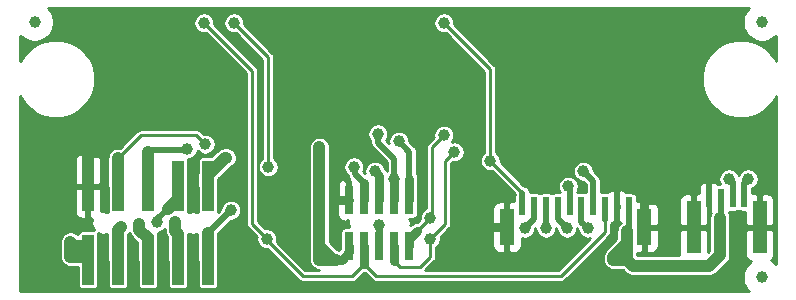
<source format=gbr>
G04 #@! TF.GenerationSoftware,KiCad,Pcbnew,5.1.0-rc2-unknown-036be7d~80~ubuntu16.04.1*
G04 #@! TF.CreationDate,2023-05-24T11:50:45+03:00*
G04 #@! TF.ProjectId,RPI-UEXT-MPQ_Rev_A,5250492d-5545-4585-942d-4d50515f5265,A*
G04 #@! TF.SameCoordinates,Original*
G04 #@! TF.FileFunction,Copper,L1,Top*
G04 #@! TF.FilePolarity,Positive*
%FSLAX46Y46*%
G04 Gerber Fmt 4.6, Leading zero omitted, Abs format (unit mm)*
G04 Created by KiCad (PCBNEW 5.1.0-rc2-unknown-036be7d~80~ubuntu16.04.1) date 2023-05-24 11:50:45*
%MOMM*%
%LPD*%
G04 APERTURE LIST*
%ADD10R,0.500000X1.550000*%
%ADD11R,1.200000X4.500000*%
%ADD12R,0.600000X1.550000*%
%ADD13R,1.200000X3.100000*%
%ADD14R,0.760000X2.400000*%
%ADD15R,1.000000X4.250000*%
%ADD16C,1.000000*%
%ADD17C,0.508000*%
%ADD18C,1.016000*%
%ADD19C,0.762000*%
%ADD20C,0.609600*%
%ADD21C,0.254000*%
G04 APERTURE END LIST*
D10*
X156300000Y-70100000D03*
D11*
X160600000Y-72575000D03*
X155000000Y-72575000D03*
D10*
X158300000Y-70100000D03*
X157300000Y-70100000D03*
X159300000Y-70100000D03*
D12*
X149500000Y-70775000D03*
X148500000Y-70775000D03*
X147500000Y-70775000D03*
X146500000Y-70775000D03*
X145500000Y-70775000D03*
X144500000Y-70775000D03*
X143500000Y-70775000D03*
X142500000Y-70775000D03*
X141500000Y-70775000D03*
X140500000Y-70775000D03*
D13*
X150800000Y-72550000D03*
X139200000Y-72550000D03*
D14*
X127130000Y-70249500D03*
X128400000Y-70249500D03*
X130940000Y-70249500D03*
X129670000Y-70249500D03*
X125860000Y-70249500D03*
X130940000Y-74150500D03*
X129670000Y-74150500D03*
X128400000Y-74150500D03*
X127130000Y-74150500D03*
X125860000Y-74150500D03*
D15*
X103720000Y-75325000D03*
X103720000Y-69075000D03*
X106260000Y-75325000D03*
X106260000Y-69075000D03*
X108800000Y-75325000D03*
X108800000Y-69075000D03*
X111340000Y-75325000D03*
X111340000Y-69075000D03*
X113880000Y-75325000D03*
X113880000Y-69075000D03*
D16*
X99200000Y-55200000D03*
X160800000Y-55200000D03*
X160800000Y-76800000D03*
X144399000Y-69088000D03*
X157988000Y-68453000D03*
X108800000Y-66206000D03*
X112141000Y-65913000D03*
X128016000Y-67818000D03*
X108077000Y-72263000D03*
X146050000Y-72644000D03*
X159639000Y-68453000D03*
X128397000Y-72390000D03*
X110998000Y-55245000D03*
X121158000Y-55245000D03*
X128651000Y-55245000D03*
X141478000Y-55245000D03*
X146558000Y-55245000D03*
X154051000Y-64897000D03*
X139319000Y-65532000D03*
X148463000Y-67818000D03*
X150876000Y-70231000D03*
X153035000Y-74041000D03*
X153035000Y-77216000D03*
X161290000Y-68453000D03*
X161290000Y-63373000D03*
X158496000Y-65532000D03*
X156210000Y-68072000D03*
X104902000Y-66167000D03*
X101854000Y-77089000D03*
X121920000Y-73533000D03*
X120523000Y-65151000D03*
X121920000Y-65151000D03*
X115189000Y-65024000D03*
X116586000Y-65024000D03*
X140716000Y-65532000D03*
X136271000Y-64770000D03*
X136271000Y-66167000D03*
X116840000Y-77089000D03*
X136271000Y-70358000D03*
X137668000Y-70358000D03*
X152527000Y-70231000D03*
X156845000Y-54864000D03*
X150622000Y-54864000D03*
X104521000Y-54864000D03*
X99060000Y-64770000D03*
X99060000Y-74295000D03*
X100457000Y-69469000D03*
X157988000Y-77216000D03*
X145796000Y-65405000D03*
X133858000Y-55245000D03*
X115443000Y-66675000D03*
X130048000Y-65278000D03*
X137795000Y-66929000D03*
X132715000Y-71755000D03*
X140716000Y-72644000D03*
X115824000Y-71120000D03*
X133858000Y-64770000D03*
X109601000Y-72136000D03*
X142494000Y-72644000D03*
X129667000Y-68453000D03*
X128270000Y-64643000D03*
X144272000Y-72644000D03*
X132715000Y-73533000D03*
X111125000Y-72136000D03*
X134747000Y-66167000D03*
X113538000Y-55245000D03*
X106553000Y-72517000D03*
X118872000Y-73533000D03*
X116078000Y-55245000D03*
X126238000Y-67437000D03*
X113665000Y-65532000D03*
X118999000Y-67437000D03*
X145669000Y-67818000D03*
X124714000Y-75311000D03*
X123317000Y-75311000D03*
X149352000Y-75311000D03*
X148209000Y-75311000D03*
X102235000Y-73787000D03*
X102235000Y-75057000D03*
X123317000Y-65786000D03*
D17*
X144500000Y-70775000D02*
X144500000Y-69189000D01*
X144500000Y-69189000D02*
X144399000Y-69088000D01*
X158300000Y-68765000D02*
X157988000Y-68453000D01*
X158300000Y-70100000D02*
X158300000Y-68765000D01*
D18*
X108800000Y-66206000D02*
X108800000Y-69075000D01*
D17*
X112030471Y-66023529D02*
X108982471Y-66023529D01*
X108982471Y-66023529D02*
X108800000Y-66206000D01*
X112141000Y-65913000D02*
X112030471Y-66023529D01*
D19*
X128016000Y-67818000D02*
X128400000Y-68202000D01*
X128400000Y-68202000D02*
X128400000Y-70249500D01*
D18*
X108077000Y-72771000D02*
X108077000Y-72263000D01*
X108800000Y-73494000D02*
X108077000Y-72771000D01*
X108800000Y-75325000D02*
X108800000Y-73494000D01*
D17*
X146050000Y-72644000D02*
X145500000Y-72094000D01*
X145500000Y-72094000D02*
X145500000Y-70775000D01*
X159300000Y-68792000D02*
X159639000Y-68453000D01*
X159300000Y-70100000D02*
X159300000Y-68792000D01*
X128397000Y-72390000D02*
X128400000Y-72393000D01*
D20*
X128400000Y-72393000D02*
X128400000Y-74150500D01*
D18*
X121158000Y-55245000D02*
X128651000Y-55245000D01*
X141478000Y-55245000D02*
X146558000Y-55245000D01*
X154051000Y-62738000D02*
X154051000Y-64897000D01*
X146558000Y-55245000D02*
X154051000Y-62738000D01*
X139319000Y-57404000D02*
X141478000Y-55245000D01*
X139319000Y-65532000D02*
X139319000Y-57404000D01*
D17*
X148500000Y-67855000D02*
X148500000Y-70775000D01*
X148463000Y-67818000D02*
X148500000Y-67855000D01*
D19*
X150800000Y-70307000D02*
X150876000Y-70231000D01*
X150800000Y-72550000D02*
X150800000Y-70307000D01*
D17*
X148266283Y-72459717D02*
X148266283Y-73348717D01*
X148266283Y-73348717D02*
X146939000Y-74676000D01*
X148500000Y-72226000D02*
X148266283Y-72459717D01*
X148500000Y-70775000D02*
X148500000Y-72226000D01*
X156300000Y-68162000D02*
X156210000Y-68072000D01*
X156300000Y-70100000D02*
X156300000Y-68162000D01*
D18*
X103720000Y-66206000D02*
X103720000Y-69075000D01*
X103759000Y-66167000D02*
X103720000Y-66206000D01*
X104902000Y-66167000D02*
X103759000Y-66167000D01*
X121920000Y-65151000D02*
X120523000Y-65151000D01*
X120523000Y-55880000D02*
X121158000Y-55245000D01*
X120523000Y-65151000D02*
X120523000Y-55880000D01*
X116586000Y-65024000D02*
X115189000Y-65024000D01*
X104902000Y-66030334D02*
X108019334Y-62913000D01*
X104902000Y-66167000D02*
X104902000Y-66030334D01*
X108019334Y-62913000D02*
X115141000Y-62913000D01*
X115141000Y-62913000D02*
X115189000Y-62865000D01*
X115189000Y-65024000D02*
X115189000Y-62865000D01*
X115189000Y-59436000D02*
X110998000Y-55245000D01*
X115189000Y-62865000D02*
X115189000Y-59436000D01*
X136271000Y-66167000D02*
X136271000Y-64770000D01*
X123063000Y-62484000D02*
X120523000Y-62484000D01*
X133985000Y-62484000D02*
X123063000Y-62484000D01*
X136271000Y-64770000D02*
X133985000Y-62484000D01*
D19*
X124631053Y-70249500D02*
X124631053Y-62820947D01*
X124631053Y-62820947D02*
X124968000Y-62484000D01*
X125860000Y-70249500D02*
X124631053Y-70249500D01*
X136271000Y-70358000D02*
X136271000Y-71247000D01*
X136271000Y-71247000D02*
X137574000Y-72550000D01*
D17*
X136271000Y-70358000D02*
X136271000Y-66167000D01*
D19*
X137574000Y-72550000D02*
X139200000Y-72550000D01*
X152527000Y-70231000D02*
X150876000Y-70231000D01*
D17*
X125860000Y-70249500D02*
X125860000Y-68710000D01*
X125860000Y-68710000D02*
X125349000Y-68199000D01*
D18*
X113880000Y-68120985D02*
X113880000Y-69075000D01*
X115325985Y-66675000D02*
X113880000Y-68120985D01*
X115443000Y-66675000D02*
X115325985Y-66675000D01*
D17*
X140500000Y-70775000D02*
X140500000Y-69634000D01*
D21*
X140500000Y-69634000D02*
X137795000Y-66929000D01*
D17*
X130940000Y-66170000D02*
X130048000Y-65278000D01*
X130940000Y-68450000D02*
X130940000Y-66170000D01*
D19*
X130940000Y-68450000D02*
X130940000Y-70249500D01*
D21*
X137795000Y-59182000D02*
X133858000Y-55245000D01*
X137795000Y-66929000D02*
X137795000Y-59182000D01*
D19*
X130940000Y-74150500D02*
X130940000Y-73530000D01*
X130940000Y-73530000D02*
X131572000Y-72898000D01*
D17*
X140716000Y-72644000D02*
X141500000Y-71860000D01*
X141500000Y-71860000D02*
X141500000Y-70775000D01*
D18*
X113880000Y-73064000D02*
X113880000Y-75325000D01*
D17*
X114427000Y-72517000D02*
X113880000Y-73064000D01*
X115824000Y-71120000D02*
X114427000Y-72517000D01*
D21*
X132715000Y-71755000D02*
X131572000Y-72898000D01*
X132842000Y-71628000D02*
X132715000Y-71755000D01*
X132842000Y-65786000D02*
X132842000Y-71628000D01*
X133858000Y-64770000D02*
X132842000Y-65786000D01*
D17*
X142494000Y-72644000D02*
X142500000Y-72638000D01*
X142500000Y-72638000D02*
X142500000Y-70775000D01*
D18*
X111340000Y-70143000D02*
X111340000Y-69075000D01*
X110490000Y-70993000D02*
X111340000Y-70143000D01*
D17*
X110490000Y-71006738D02*
X109601000Y-71895738D01*
X109601000Y-71895738D02*
X109601000Y-72136000D01*
X110490000Y-70993000D02*
X110490000Y-71006738D01*
D19*
X129670000Y-68456000D02*
X129670000Y-70249500D01*
X129667000Y-68453000D02*
X129670000Y-68456000D01*
D17*
X128270000Y-65405000D02*
X129667000Y-66802000D01*
X129667000Y-66802000D02*
X129667000Y-68453000D01*
X128270000Y-64643000D02*
X128270000Y-65405000D01*
D19*
X129670000Y-74150500D02*
X129670000Y-75435000D01*
D17*
X143500000Y-71872000D02*
X143500000Y-70775000D01*
X144272000Y-72644000D02*
X143500000Y-71872000D01*
D18*
X111340000Y-73113000D02*
X111340000Y-75325000D01*
X111125000Y-72898000D02*
X111340000Y-73113000D01*
X111125000Y-72136000D02*
X111125000Y-72898000D01*
D21*
X133985000Y-72263000D02*
X132715000Y-73533000D01*
X133985000Y-66929000D02*
X133985000Y-72263000D01*
X134747000Y-66167000D02*
X133985000Y-66929000D01*
X130181000Y-75946000D02*
X129670000Y-75435000D01*
X132715000Y-75057000D02*
X131826000Y-75946000D01*
X131826000Y-75946000D02*
X130181000Y-75946000D01*
X132715000Y-73533000D02*
X132715000Y-75057000D01*
D19*
X127130000Y-74150500D02*
X127130000Y-75689000D01*
D18*
X106553000Y-72517000D02*
X106260000Y-72810000D01*
X106260000Y-72810000D02*
X106260000Y-75325000D01*
D17*
X147500000Y-70775000D02*
X147500000Y-71956000D01*
D21*
X117602000Y-59309000D02*
X113538000Y-55245000D01*
X117602000Y-72263000D02*
X117602000Y-59309000D01*
X118872000Y-73533000D02*
X117602000Y-72263000D01*
X128149000Y-76708000D02*
X127130000Y-75689000D01*
X143764000Y-76708000D02*
X128149000Y-76708000D01*
X147500000Y-72972000D02*
X143764000Y-76708000D01*
X147500000Y-71956000D02*
X147500000Y-72972000D01*
X126111000Y-76708000D02*
X127130000Y-75689000D01*
X121920000Y-76708000D02*
X126111000Y-76708000D01*
X118872000Y-73660000D02*
X121920000Y-76708000D01*
X118872000Y-73533000D02*
X118872000Y-73660000D01*
D19*
X127130000Y-68848408D02*
X127130000Y-70249500D01*
D21*
X118999000Y-58166000D02*
X116078000Y-55245000D01*
X118999000Y-67437000D02*
X118999000Y-58166000D01*
D18*
X106260000Y-69075000D02*
X106260000Y-66714000D01*
D21*
X112903000Y-64770000D02*
X113665000Y-65532000D01*
X108204000Y-64770000D02*
X112903000Y-64770000D01*
X106260000Y-66714000D02*
X108204000Y-64770000D01*
D17*
X145669000Y-67818000D02*
X146500000Y-68649000D01*
X146500000Y-68649000D02*
X146500000Y-70775000D01*
X126365000Y-67564000D02*
X126238000Y-67437000D01*
X126365000Y-68072000D02*
X126365000Y-67564000D01*
X127130000Y-68837000D02*
X126365000Y-68072000D01*
X127130000Y-68848408D02*
X127130000Y-68837000D01*
D19*
X125222000Y-75311000D02*
X124714000Y-75311000D01*
X125860000Y-74673000D02*
X125222000Y-75311000D01*
X125860000Y-74150500D02*
X125860000Y-74673000D01*
D18*
X149352000Y-75311000D02*
X148209000Y-75311000D01*
D17*
X157300000Y-71681000D02*
X157226000Y-71755000D01*
X157300000Y-70100000D02*
X157300000Y-71681000D01*
D18*
X148209000Y-75057000D02*
X149352000Y-73914000D01*
X148209000Y-75311000D02*
X148209000Y-75057000D01*
X149352000Y-75311000D02*
X149352000Y-73914000D01*
X149352000Y-73914000D02*
X149352000Y-72898000D01*
D17*
X149500000Y-72750000D02*
X149352000Y-72898000D01*
X149500000Y-70775000D02*
X149500000Y-72750000D01*
D18*
X157226000Y-74905910D02*
X157226000Y-71755000D01*
X156312910Y-75819000D02*
X157226000Y-74905910D01*
X149860000Y-75819000D02*
X156312910Y-75819000D01*
X149352000Y-75311000D02*
X149860000Y-75819000D01*
X102235000Y-75057000D02*
X102235000Y-73787000D01*
X103452000Y-75057000D02*
X102235000Y-75057000D01*
X103720000Y-75325000D02*
X103452000Y-75057000D01*
X102613951Y-74165951D02*
X102235000Y-73787000D01*
X103556049Y-74165951D02*
X102613951Y-74165951D01*
X103720000Y-74002000D02*
X103556049Y-74165951D01*
X103720000Y-75325000D02*
X103720000Y-74002000D01*
X123317000Y-74041000D02*
X123317000Y-74168000D01*
X123317000Y-74041000D02*
X123317000Y-75311000D01*
X123317000Y-65786000D02*
X123317000Y-74041000D01*
X123317000Y-74168000D02*
X124460000Y-75311000D01*
X124460000Y-75311000D02*
X123317000Y-75311000D01*
X124714000Y-75311000D02*
X124460000Y-75311000D01*
D21*
G36*
X159523798Y-54152648D02*
G01*
X159343992Y-54421748D01*
X159220139Y-54720755D01*
X159157000Y-55038179D01*
X159157000Y-55361821D01*
X159220139Y-55679245D01*
X159343992Y-55978252D01*
X159523798Y-56247352D01*
X159752648Y-56476202D01*
X160021748Y-56656008D01*
X160320755Y-56779861D01*
X160638179Y-56843000D01*
X160961821Y-56843000D01*
X161279245Y-56779861D01*
X161578252Y-56656008D01*
X161847352Y-56476202D01*
X161992000Y-56331554D01*
X161992000Y-58529458D01*
X161948349Y-58424075D01*
X161584250Y-57879161D01*
X161120839Y-57415750D01*
X160575925Y-57051651D01*
X159970450Y-56800855D01*
X159327681Y-56673000D01*
X158672319Y-56673000D01*
X158029550Y-56800855D01*
X157424075Y-57051651D01*
X156879161Y-57415750D01*
X156415750Y-57879161D01*
X156051651Y-58424075D01*
X155800855Y-59029550D01*
X155673000Y-59672319D01*
X155673000Y-60327681D01*
X155800855Y-60970450D01*
X156051651Y-61575925D01*
X156415750Y-62120839D01*
X156879161Y-62584250D01*
X157424075Y-62948349D01*
X158029550Y-63199145D01*
X158672319Y-63327000D01*
X159327681Y-63327000D01*
X159970450Y-63199145D01*
X160575925Y-62948349D01*
X161120839Y-62584250D01*
X161584250Y-62120839D01*
X161948349Y-61575925D01*
X161992000Y-61470542D01*
X161992001Y-75668447D01*
X161847352Y-75523798D01*
X161578252Y-75343992D01*
X161570839Y-75340921D01*
X161604789Y-75318237D01*
X161693237Y-75229789D01*
X161762730Y-75125785D01*
X161810597Y-75010223D01*
X161835000Y-74887542D01*
X161835000Y-72860750D01*
X161676250Y-72702000D01*
X160727000Y-72702000D01*
X160727000Y-72722000D01*
X160473000Y-72722000D01*
X160473000Y-72702000D01*
X159523750Y-72702000D01*
X159365000Y-72860750D01*
X159365000Y-74887542D01*
X159389403Y-75010223D01*
X159437270Y-75125785D01*
X159506763Y-75229789D01*
X159595211Y-75318237D01*
X159699215Y-75387730D01*
X159814777Y-75435597D01*
X159868621Y-75446307D01*
X159752648Y-75523798D01*
X159523798Y-75752648D01*
X159343992Y-76021748D01*
X159220139Y-76320755D01*
X159157000Y-76638179D01*
X159157000Y-76961821D01*
X159220139Y-77279245D01*
X159343992Y-77578252D01*
X159523798Y-77847352D01*
X159668446Y-77992000D01*
X98008000Y-77992000D01*
X98008000Y-75057000D01*
X101341699Y-75057000D01*
X101358864Y-75231274D01*
X101409697Y-75398851D01*
X101492247Y-75553291D01*
X101587061Y-75668822D01*
X101603341Y-75688659D01*
X101738709Y-75799753D01*
X101893149Y-75882303D01*
X102060726Y-75933136D01*
X102235000Y-75950301D01*
X102278667Y-75946000D01*
X102837157Y-75946000D01*
X102837157Y-77450000D01*
X102844513Y-77524689D01*
X102866299Y-77596508D01*
X102901678Y-77662696D01*
X102949289Y-77720711D01*
X103007304Y-77768322D01*
X103073492Y-77803701D01*
X103145311Y-77825487D01*
X103220000Y-77832843D01*
X104220000Y-77832843D01*
X104294689Y-77825487D01*
X104366508Y-77803701D01*
X104432696Y-77768322D01*
X104490711Y-77720711D01*
X104538322Y-77662696D01*
X104573701Y-77596508D01*
X104595487Y-77524689D01*
X104602843Y-77450000D01*
X104602843Y-75431178D01*
X104609000Y-75368667D01*
X104609000Y-75368659D01*
X104613300Y-75324999D01*
X104609000Y-75281339D01*
X104609000Y-74045660D01*
X104613300Y-74002000D01*
X104609000Y-73958340D01*
X104609000Y-73958333D01*
X104602843Y-73895822D01*
X104602843Y-73200000D01*
X104595487Y-73125311D01*
X104586155Y-73094549D01*
X104703853Y-73143301D01*
X104893380Y-73181000D01*
X105086620Y-73181000D01*
X105276147Y-73143301D01*
X105371000Y-73104012D01*
X105371001Y-75368667D01*
X105377157Y-75431168D01*
X105377157Y-77450000D01*
X105384513Y-77524689D01*
X105406299Y-77596508D01*
X105441678Y-77662696D01*
X105489289Y-77720711D01*
X105547304Y-77768322D01*
X105613492Y-77803701D01*
X105685311Y-77825487D01*
X105760000Y-77832843D01*
X106760000Y-77832843D01*
X106834689Y-77825487D01*
X106906508Y-77803701D01*
X106972696Y-77768322D01*
X107030711Y-77720711D01*
X107078322Y-77662696D01*
X107113701Y-77596508D01*
X107135487Y-77524689D01*
X107142843Y-77450000D01*
X107142843Y-75431178D01*
X107149000Y-75368667D01*
X107149000Y-73178235D01*
X107212495Y-73114740D01*
X107241536Y-73079353D01*
X107250877Y-73110144D01*
X107251698Y-73112852D01*
X107253215Y-73115690D01*
X107334247Y-73267290D01*
X107445341Y-73402659D01*
X107479264Y-73430499D01*
X107911001Y-73862236D01*
X107911000Y-75368666D01*
X107917157Y-75431177D01*
X107917157Y-77450000D01*
X107924513Y-77524689D01*
X107946299Y-77596508D01*
X107981678Y-77662696D01*
X108029289Y-77720711D01*
X108087304Y-77768322D01*
X108153492Y-77803701D01*
X108225311Y-77825487D01*
X108300000Y-77832843D01*
X109300000Y-77832843D01*
X109374689Y-77825487D01*
X109446508Y-77803701D01*
X109512696Y-77768322D01*
X109570711Y-77720711D01*
X109618322Y-77662696D01*
X109653701Y-77596508D01*
X109675487Y-77524689D01*
X109682843Y-77450000D01*
X109682843Y-75431178D01*
X109689000Y-75368667D01*
X109689000Y-73537659D01*
X109693300Y-73493999D01*
X109689000Y-73450339D01*
X109689000Y-73450333D01*
X109682843Y-73387822D01*
X109682843Y-73200000D01*
X109675487Y-73125311D01*
X109653701Y-73053492D01*
X109634195Y-73017000D01*
X109687771Y-73017000D01*
X109857978Y-72983144D01*
X110018310Y-72916732D01*
X110162605Y-72820318D01*
X110236000Y-72746923D01*
X110236000Y-72854340D01*
X110231700Y-72898000D01*
X110236000Y-72941660D01*
X110236000Y-72941667D01*
X110243960Y-73022481D01*
X110248864Y-73072274D01*
X110299698Y-73239852D01*
X110382248Y-73394291D01*
X110451000Y-73478066D01*
X110451001Y-75368667D01*
X110457157Y-75431168D01*
X110457157Y-77450000D01*
X110464513Y-77524689D01*
X110486299Y-77596508D01*
X110521678Y-77662696D01*
X110569289Y-77720711D01*
X110627304Y-77768322D01*
X110693492Y-77803701D01*
X110765311Y-77825487D01*
X110840000Y-77832843D01*
X111840000Y-77832843D01*
X111914689Y-77825487D01*
X111986508Y-77803701D01*
X112052696Y-77768322D01*
X112110711Y-77720711D01*
X112158322Y-77662696D01*
X112193701Y-77596508D01*
X112215487Y-77524689D01*
X112222843Y-77450000D01*
X112222843Y-75431178D01*
X112229000Y-75368667D01*
X112229000Y-73156660D01*
X112233300Y-73113000D01*
X112232560Y-73105486D01*
X112323853Y-73143301D01*
X112513380Y-73181000D01*
X112706620Y-73181000D01*
X112896147Y-73143301D01*
X112991000Y-73104012D01*
X112991001Y-75368667D01*
X112997157Y-75431168D01*
X112997157Y-77450000D01*
X113004513Y-77524689D01*
X113026299Y-77596508D01*
X113061678Y-77662696D01*
X113109289Y-77720711D01*
X113167304Y-77768322D01*
X113233492Y-77803701D01*
X113305311Y-77825487D01*
X113380000Y-77832843D01*
X114380000Y-77832843D01*
X114454689Y-77825487D01*
X114526508Y-77803701D01*
X114592696Y-77768322D01*
X114650711Y-77720711D01*
X114698322Y-77662696D01*
X114733701Y-77596508D01*
X114755487Y-77524689D01*
X114762843Y-77450000D01*
X114762843Y-75431178D01*
X114769000Y-75368667D01*
X114769000Y-73073026D01*
X114898069Y-72943957D01*
X114898078Y-72943946D01*
X115841025Y-72001000D01*
X115910771Y-72001000D01*
X116080978Y-71967144D01*
X116241310Y-71900732D01*
X116385605Y-71804318D01*
X116508318Y-71681605D01*
X116604732Y-71537310D01*
X116671144Y-71376978D01*
X116705000Y-71206771D01*
X116705000Y-71033229D01*
X116671144Y-70863022D01*
X116604732Y-70702690D01*
X116508318Y-70558395D01*
X116385605Y-70435682D01*
X116241310Y-70339268D01*
X116080978Y-70272856D01*
X115910771Y-70239000D01*
X115737229Y-70239000D01*
X115567022Y-70272856D01*
X115406690Y-70339268D01*
X115262395Y-70435682D01*
X115139682Y-70558395D01*
X115043268Y-70702690D01*
X114976856Y-70863022D01*
X114943000Y-71033229D01*
X114943000Y-71102975D01*
X114748607Y-71297368D01*
X114755487Y-71274689D01*
X114762843Y-71200000D01*
X114762843Y-69181178D01*
X114769000Y-69118667D01*
X114769000Y-68489220D01*
X115746191Y-67512030D01*
X115784851Y-67500303D01*
X115939291Y-67417753D01*
X116074659Y-67306659D01*
X116185753Y-67171291D01*
X116268303Y-67016851D01*
X116319136Y-66849274D01*
X116336301Y-66675000D01*
X116319136Y-66500726D01*
X116268303Y-66333149D01*
X116185753Y-66178709D01*
X116074659Y-66043341D01*
X115939291Y-65932247D01*
X115784851Y-65849697D01*
X115617274Y-65798864D01*
X115486667Y-65786000D01*
X115369653Y-65786000D01*
X115325985Y-65781699D01*
X115151710Y-65798864D01*
X115100877Y-65814284D01*
X114984134Y-65849697D01*
X114829694Y-65932247D01*
X114694326Y-66043341D01*
X114666491Y-66077259D01*
X114176592Y-66567157D01*
X113380000Y-66567157D01*
X113305311Y-66574513D01*
X113233492Y-66596299D01*
X113167304Y-66631678D01*
X113109289Y-66679289D01*
X113061678Y-66737304D01*
X113026299Y-66803492D01*
X113004513Y-66875311D01*
X112997157Y-66950000D01*
X112997157Y-68014808D01*
X112991000Y-68077319D01*
X112991000Y-68077325D01*
X112986700Y-68120985D01*
X112991000Y-68164646D01*
X112991001Y-69118667D01*
X112997157Y-69181168D01*
X112997157Y-71200000D01*
X113004513Y-71274689D01*
X113013845Y-71305451D01*
X112896147Y-71256699D01*
X112706620Y-71219000D01*
X112513380Y-71219000D01*
X112323853Y-71256699D01*
X112206155Y-71305451D01*
X112215487Y-71274689D01*
X112222843Y-71200000D01*
X112222843Y-70249178D01*
X112223308Y-70244463D01*
X112233301Y-70143000D01*
X112229000Y-70099332D01*
X112229000Y-69031333D01*
X112222843Y-68968822D01*
X112222843Y-66950000D01*
X112215487Y-66875311D01*
X112193701Y-66803492D01*
X112188627Y-66794000D01*
X112227771Y-66794000D01*
X112397978Y-66760144D01*
X112558310Y-66693732D01*
X112702605Y-66597318D01*
X112825318Y-66474605D01*
X112921732Y-66330310D01*
X112988144Y-66169978D01*
X112999577Y-66112500D01*
X113103395Y-66216318D01*
X113247690Y-66312732D01*
X113408022Y-66379144D01*
X113578229Y-66413000D01*
X113751771Y-66413000D01*
X113921978Y-66379144D01*
X114082310Y-66312732D01*
X114226605Y-66216318D01*
X114349318Y-66093605D01*
X114445732Y-65949310D01*
X114512144Y-65788978D01*
X114546000Y-65618771D01*
X114546000Y-65445229D01*
X114512144Y-65275022D01*
X114445732Y-65114690D01*
X114349318Y-64970395D01*
X114226605Y-64847682D01*
X114082310Y-64751268D01*
X113921978Y-64684856D01*
X113751771Y-64651000D01*
X113578229Y-64651000D01*
X113514997Y-64663577D01*
X113279855Y-64428435D01*
X113263948Y-64409052D01*
X113186595Y-64345571D01*
X113098343Y-64298399D01*
X113002585Y-64269351D01*
X112927947Y-64262000D01*
X112927944Y-64262000D01*
X112903000Y-64259543D01*
X112878056Y-64262000D01*
X108228943Y-64262000D01*
X108203999Y-64259543D01*
X108179055Y-64262000D01*
X108179053Y-64262000D01*
X108104415Y-64269351D01*
X108008657Y-64298399D01*
X108008655Y-64298400D01*
X107920404Y-64345571D01*
X107865810Y-64390376D01*
X107843052Y-64409052D01*
X107827150Y-64428429D01*
X106419200Y-65836379D01*
X106260000Y-65820699D01*
X106085727Y-65837864D01*
X105918150Y-65888697D01*
X105763710Y-65971247D01*
X105628342Y-66082341D01*
X105517248Y-66217709D01*
X105434698Y-66372149D01*
X105383865Y-66539726D01*
X105371001Y-66670333D01*
X105371000Y-69118666D01*
X105377157Y-69181177D01*
X105377157Y-71200000D01*
X105384513Y-71274689D01*
X105393845Y-71305451D01*
X105276147Y-71256699D01*
X105086620Y-71219000D01*
X104893380Y-71219000D01*
X104855000Y-71226634D01*
X104855000Y-69360750D01*
X104696250Y-69202000D01*
X103847000Y-69202000D01*
X103847000Y-71676250D01*
X104005750Y-71835000D01*
X104079361Y-71835000D01*
X104046699Y-71913853D01*
X104009000Y-72103380D01*
X104009000Y-72296620D01*
X104046699Y-72486147D01*
X104120649Y-72664678D01*
X104222710Y-72817424D01*
X104220000Y-72817157D01*
X103220000Y-72817157D01*
X103145311Y-72824513D01*
X103073492Y-72846299D01*
X103007304Y-72881678D01*
X102949289Y-72929289D01*
X102901678Y-72987304D01*
X102866299Y-73053492D01*
X102844513Y-73125311D01*
X102843433Y-73136280D01*
X102731291Y-73044247D01*
X102576851Y-72961697D01*
X102409274Y-72910864D01*
X102235000Y-72893699D01*
X102076352Y-72909325D01*
X102060726Y-72910864D01*
X101999987Y-72929289D01*
X101893150Y-72961697D01*
X101738710Y-73044247D01*
X101738708Y-73044248D01*
X101738709Y-73044248D01*
X101603341Y-73155341D01*
X101492248Y-73290709D01*
X101409698Y-73445148D01*
X101358864Y-73612726D01*
X101341700Y-73787000D01*
X101346001Y-73830669D01*
X101346000Y-75013332D01*
X101341699Y-75057000D01*
X98008000Y-75057000D01*
X98008000Y-69360750D01*
X102585000Y-69360750D01*
X102585000Y-71262542D01*
X102609403Y-71385223D01*
X102657270Y-71500785D01*
X102726763Y-71604789D01*
X102815211Y-71693237D01*
X102919215Y-71762730D01*
X103034777Y-71810597D01*
X103157458Y-71835000D01*
X103434250Y-71835000D01*
X103593000Y-71676250D01*
X103593000Y-69202000D01*
X102743750Y-69202000D01*
X102585000Y-69360750D01*
X98008000Y-69360750D01*
X98008000Y-66887458D01*
X102585000Y-66887458D01*
X102585000Y-68789250D01*
X102743750Y-68948000D01*
X103593000Y-68948000D01*
X103593000Y-66473750D01*
X103847000Y-66473750D01*
X103847000Y-68948000D01*
X104696250Y-68948000D01*
X104855000Y-68789250D01*
X104855000Y-66887458D01*
X104830597Y-66764777D01*
X104782730Y-66649215D01*
X104713237Y-66545211D01*
X104624789Y-66456763D01*
X104520785Y-66387270D01*
X104405223Y-66339403D01*
X104282542Y-66315000D01*
X104005750Y-66315000D01*
X103847000Y-66473750D01*
X103593000Y-66473750D01*
X103434250Y-66315000D01*
X103157458Y-66315000D01*
X103034777Y-66339403D01*
X102919215Y-66387270D01*
X102815211Y-66456763D01*
X102726763Y-66545211D01*
X102657270Y-66649215D01*
X102609403Y-66764777D01*
X102585000Y-66887458D01*
X98008000Y-66887458D01*
X98008000Y-61470542D01*
X98051651Y-61575925D01*
X98415750Y-62120839D01*
X98879161Y-62584250D01*
X99424075Y-62948349D01*
X100029550Y-63199145D01*
X100672319Y-63327000D01*
X101327681Y-63327000D01*
X101970450Y-63199145D01*
X102575925Y-62948349D01*
X103120839Y-62584250D01*
X103584250Y-62120839D01*
X103948349Y-61575925D01*
X104199145Y-60970450D01*
X104327000Y-60327681D01*
X104327000Y-59672319D01*
X104199145Y-59029550D01*
X103948349Y-58424075D01*
X103584250Y-57879161D01*
X103120839Y-57415750D01*
X102575925Y-57051651D01*
X101970450Y-56800855D01*
X101327681Y-56673000D01*
X100672319Y-56673000D01*
X100029550Y-56800855D01*
X99424075Y-57051651D01*
X98879161Y-57415750D01*
X98415750Y-57879161D01*
X98051651Y-58424075D01*
X98008000Y-58529458D01*
X98008000Y-56331554D01*
X98152648Y-56476202D01*
X98421748Y-56656008D01*
X98720755Y-56779861D01*
X99038179Y-56843000D01*
X99361821Y-56843000D01*
X99679245Y-56779861D01*
X99978252Y-56656008D01*
X100247352Y-56476202D01*
X100476202Y-56247352D01*
X100656008Y-55978252D01*
X100779861Y-55679245D01*
X100843000Y-55361821D01*
X100843000Y-55158229D01*
X112657000Y-55158229D01*
X112657000Y-55331771D01*
X112690856Y-55501978D01*
X112757268Y-55662310D01*
X112853682Y-55806605D01*
X112976395Y-55929318D01*
X113120690Y-56025732D01*
X113281022Y-56092144D01*
X113451229Y-56126000D01*
X113624771Y-56126000D01*
X113688003Y-56113423D01*
X117094001Y-59519421D01*
X117094000Y-72238056D01*
X117091543Y-72263000D01*
X117094000Y-72287944D01*
X117094000Y-72287946D01*
X117101351Y-72362584D01*
X117130399Y-72458342D01*
X117177571Y-72546595D01*
X117241052Y-72623948D01*
X117260435Y-72639855D01*
X118003577Y-73382998D01*
X117991000Y-73446229D01*
X117991000Y-73619771D01*
X118024856Y-73789978D01*
X118091268Y-73950310D01*
X118187682Y-74094605D01*
X118310395Y-74217318D01*
X118454690Y-74313732D01*
X118615022Y-74380144D01*
X118785229Y-74414000D01*
X118907580Y-74414000D01*
X121543150Y-77049571D01*
X121559052Y-77068948D01*
X121578429Y-77084850D01*
X121636404Y-77132429D01*
X121683576Y-77157643D01*
X121724657Y-77179601D01*
X121820415Y-77208649D01*
X121895053Y-77216000D01*
X121895056Y-77216000D01*
X121920000Y-77218457D01*
X121944944Y-77216000D01*
X126086056Y-77216000D01*
X126111000Y-77218457D01*
X126135944Y-77216000D01*
X126135947Y-77216000D01*
X126210585Y-77208649D01*
X126306343Y-77179601D01*
X126394595Y-77132429D01*
X126471948Y-77068948D01*
X126487855Y-77049565D01*
X127086972Y-76450448D01*
X127130000Y-76454686D01*
X127173028Y-76450448D01*
X127772145Y-77049565D01*
X127788052Y-77068948D01*
X127865405Y-77132429D01*
X127953657Y-77179601D01*
X128049415Y-77208649D01*
X128124053Y-77216000D01*
X128124056Y-77216000D01*
X128149000Y-77218457D01*
X128173944Y-77216000D01*
X143739056Y-77216000D01*
X143764000Y-77218457D01*
X143788944Y-77216000D01*
X143788947Y-77216000D01*
X143863585Y-77208649D01*
X143959343Y-77179601D01*
X144047595Y-77132429D01*
X144124948Y-77068948D01*
X144140855Y-77049565D01*
X145879420Y-75311000D01*
X147315699Y-75311000D01*
X147332864Y-75485274D01*
X147383697Y-75652851D01*
X147466247Y-75807291D01*
X147569526Y-75933136D01*
X147577341Y-75942659D01*
X147712709Y-76053753D01*
X147867149Y-76136303D01*
X148034726Y-76187136D01*
X148209000Y-76204301D01*
X148252667Y-76200000D01*
X148983765Y-76200000D01*
X149200501Y-76416736D01*
X149228341Y-76450659D01*
X149363709Y-76561753D01*
X149518149Y-76644303D01*
X149584058Y-76664296D01*
X149685724Y-76695136D01*
X149718924Y-76698406D01*
X149816333Y-76708000D01*
X149816339Y-76708000D01*
X149859999Y-76712300D01*
X149903659Y-76708000D01*
X156269250Y-76708000D01*
X156312910Y-76712300D01*
X156356570Y-76708000D01*
X156356577Y-76708000D01*
X156487184Y-76695136D01*
X156654761Y-76644303D01*
X156809201Y-76561753D01*
X156944569Y-76450659D01*
X156972409Y-76416736D01*
X157823737Y-75565408D01*
X157857659Y-75537569D01*
X157968753Y-75402201D01*
X158051303Y-75247761D01*
X158078835Y-75157000D01*
X158102136Y-75080186D01*
X158105406Y-75046986D01*
X158115000Y-74949577D01*
X158115000Y-74949571D01*
X158119300Y-74905911D01*
X158115000Y-74862251D01*
X158115000Y-71711333D01*
X158102136Y-71580726D01*
X158051303Y-71413149D01*
X157968753Y-71258709D01*
X157957595Y-71245113D01*
X157975311Y-71250487D01*
X158050000Y-71257843D01*
X158550000Y-71257843D01*
X158624689Y-71250487D01*
X158696508Y-71228701D01*
X158762696Y-71193322D01*
X158800000Y-71162708D01*
X158837304Y-71193322D01*
X158903492Y-71228701D01*
X158975311Y-71250487D01*
X159050000Y-71257843D01*
X159365000Y-71257843D01*
X159365000Y-72289250D01*
X159523750Y-72448000D01*
X160473000Y-72448000D01*
X160473000Y-69848750D01*
X160727000Y-69848750D01*
X160727000Y-72448000D01*
X161676250Y-72448000D01*
X161835000Y-72289250D01*
X161835000Y-70262458D01*
X161810597Y-70139777D01*
X161762730Y-70024215D01*
X161693237Y-69920211D01*
X161604789Y-69831763D01*
X161500785Y-69762270D01*
X161385223Y-69714403D01*
X161262542Y-69690000D01*
X160885750Y-69690000D01*
X160727000Y-69848750D01*
X160473000Y-69848750D01*
X160314250Y-69690000D01*
X159937458Y-69690000D01*
X159935000Y-69690489D01*
X159935000Y-69283980D01*
X160056310Y-69233732D01*
X160200605Y-69137318D01*
X160323318Y-69014605D01*
X160419732Y-68870310D01*
X160486144Y-68709978D01*
X160520000Y-68539771D01*
X160520000Y-68366229D01*
X160486144Y-68196022D01*
X160419732Y-68035690D01*
X160323318Y-67891395D01*
X160200605Y-67768682D01*
X160056310Y-67672268D01*
X159895978Y-67605856D01*
X159725771Y-67572000D01*
X159552229Y-67572000D01*
X159382022Y-67605856D01*
X159221690Y-67672268D01*
X159077395Y-67768682D01*
X158954682Y-67891395D01*
X158858268Y-68035690D01*
X158813500Y-68143769D01*
X158768732Y-68035690D01*
X158672318Y-67891395D01*
X158549605Y-67768682D01*
X158405310Y-67672268D01*
X158244978Y-67605856D01*
X158074771Y-67572000D01*
X157901229Y-67572000D01*
X157731022Y-67605856D01*
X157570690Y-67672268D01*
X157426395Y-67768682D01*
X157303682Y-67891395D01*
X157207268Y-68035690D01*
X157140856Y-68196022D01*
X157107000Y-68366229D01*
X157107000Y-68539771D01*
X157140856Y-68709978D01*
X157207268Y-68870310D01*
X157255274Y-68942157D01*
X157057901Y-68942157D01*
X157043237Y-68920211D01*
X156954789Y-68831763D01*
X156850785Y-68762270D01*
X156735223Y-68714403D01*
X156612542Y-68690000D01*
X156583750Y-68690000D01*
X156425000Y-68848750D01*
X156425000Y-69596000D01*
X156175000Y-69596000D01*
X156175000Y-68848750D01*
X156016250Y-68690000D01*
X155987458Y-68690000D01*
X155864777Y-68714403D01*
X155749215Y-68762270D01*
X155645211Y-68831763D01*
X155556763Y-68920211D01*
X155487270Y-69024215D01*
X155439403Y-69139777D01*
X155415000Y-69262458D01*
X155415000Y-69690000D01*
X155285750Y-69690000D01*
X155127000Y-69848750D01*
X155127000Y-72448000D01*
X156076250Y-72448000D01*
X156235000Y-72289250D01*
X156235000Y-70739000D01*
X156425000Y-70739000D01*
X156425000Y-71351250D01*
X156430724Y-71356974D01*
X156400698Y-71413149D01*
X156349865Y-71580726D01*
X156337001Y-71711333D01*
X156337000Y-74537675D01*
X156235000Y-74639675D01*
X156235000Y-72860750D01*
X156076250Y-72702000D01*
X155127000Y-72702000D01*
X155127000Y-72722000D01*
X154873000Y-72722000D01*
X154873000Y-72702000D01*
X153923750Y-72702000D01*
X153765000Y-72860750D01*
X153765000Y-74887542D01*
X153773446Y-74930000D01*
X150241000Y-74930000D01*
X150241000Y-74735000D01*
X150514250Y-74735000D01*
X150673000Y-74576250D01*
X150673000Y-72677000D01*
X150927000Y-72677000D01*
X150927000Y-74576250D01*
X151085750Y-74735000D01*
X151462542Y-74735000D01*
X151585223Y-74710597D01*
X151700785Y-74662730D01*
X151804789Y-74593237D01*
X151893237Y-74504789D01*
X151962730Y-74400785D01*
X152010597Y-74285223D01*
X152035000Y-74162542D01*
X152035000Y-72835750D01*
X151876250Y-72677000D01*
X150927000Y-72677000D01*
X150673000Y-72677000D01*
X150653000Y-72677000D01*
X150653000Y-72423000D01*
X150673000Y-72423000D01*
X150673000Y-70523750D01*
X150927000Y-70523750D01*
X150927000Y-72423000D01*
X151876250Y-72423000D01*
X152035000Y-72264250D01*
X152035000Y-70937458D01*
X152010597Y-70814777D01*
X151962730Y-70699215D01*
X151893237Y-70595211D01*
X151804789Y-70506763D01*
X151700785Y-70437270D01*
X151585223Y-70389403D01*
X151462542Y-70365000D01*
X151085750Y-70365000D01*
X150927000Y-70523750D01*
X150673000Y-70523750D01*
X150514250Y-70365000D01*
X150182843Y-70365000D01*
X150182843Y-70262458D01*
X153765000Y-70262458D01*
X153765000Y-72289250D01*
X153923750Y-72448000D01*
X154873000Y-72448000D01*
X154873000Y-69848750D01*
X154714250Y-69690000D01*
X154337458Y-69690000D01*
X154214777Y-69714403D01*
X154099215Y-69762270D01*
X153995211Y-69831763D01*
X153906763Y-69920211D01*
X153837270Y-70024215D01*
X153789403Y-70139777D01*
X153765000Y-70262458D01*
X150182843Y-70262458D01*
X150182843Y-70000000D01*
X150175487Y-69925311D01*
X150153701Y-69853492D01*
X150118322Y-69787304D01*
X150070711Y-69729289D01*
X150012696Y-69681678D01*
X149946508Y-69646299D01*
X149874689Y-69624513D01*
X149800000Y-69617157D01*
X149307901Y-69617157D01*
X149293237Y-69595211D01*
X149204789Y-69506763D01*
X149100785Y-69437270D01*
X148985223Y-69389403D01*
X148862542Y-69365000D01*
X148785750Y-69365000D01*
X148627000Y-69523750D01*
X148627000Y-70648000D01*
X148647000Y-70648000D01*
X148647000Y-70902000D01*
X148627000Y-70902000D01*
X148627000Y-72026250D01*
X148785750Y-72185000D01*
X148819456Y-72185000D01*
X148720342Y-72266341D01*
X148609248Y-72401709D01*
X148526698Y-72556149D01*
X148475865Y-72723726D01*
X148463001Y-72854333D01*
X148463000Y-73545764D01*
X147611262Y-74397503D01*
X147577341Y-74425341D01*
X147466247Y-74560709D01*
X147383697Y-74715149D01*
X147332864Y-74882726D01*
X147320000Y-75013333D01*
X147320000Y-75013340D01*
X147315700Y-75057000D01*
X147320000Y-75100660D01*
X147320000Y-75267333D01*
X147315699Y-75311000D01*
X145879420Y-75311000D01*
X147841565Y-73348855D01*
X147860948Y-73332948D01*
X147924429Y-73255595D01*
X147971601Y-73167343D01*
X148000649Y-73071585D01*
X148008000Y-72996947D01*
X148008000Y-72996944D01*
X148010457Y-72972000D01*
X148008000Y-72947056D01*
X148008000Y-72337956D01*
X148030537Y-72310494D01*
X148089502Y-72200180D01*
X148096574Y-72176868D01*
X148137458Y-72185000D01*
X148214250Y-72185000D01*
X148373000Y-72026250D01*
X148373000Y-70902000D01*
X148353000Y-70902000D01*
X148353000Y-70648000D01*
X148373000Y-70648000D01*
X148373000Y-69523750D01*
X148214250Y-69365000D01*
X148137458Y-69365000D01*
X148014777Y-69389403D01*
X147899215Y-69437270D01*
X147795211Y-69506763D01*
X147706763Y-69595211D01*
X147692099Y-69617157D01*
X147200000Y-69617157D01*
X147135000Y-69623559D01*
X147135000Y-68680180D01*
X147138071Y-68648999D01*
X147135000Y-68617818D01*
X147135000Y-68617808D01*
X147125812Y-68524518D01*
X147089502Y-68404820D01*
X147037014Y-68306623D01*
X147030537Y-68294505D01*
X146971068Y-68222042D01*
X146971065Y-68222039D01*
X146951185Y-68197815D01*
X146926961Y-68177935D01*
X146550000Y-67800975D01*
X146550000Y-67731229D01*
X146516144Y-67561022D01*
X146449732Y-67400690D01*
X146353318Y-67256395D01*
X146230605Y-67133682D01*
X146086310Y-67037268D01*
X145925978Y-66970856D01*
X145755771Y-66937000D01*
X145582229Y-66937000D01*
X145412022Y-66970856D01*
X145251690Y-67037268D01*
X145107395Y-67133682D01*
X144984682Y-67256395D01*
X144888268Y-67400690D01*
X144821856Y-67561022D01*
X144788000Y-67731229D01*
X144788000Y-67904771D01*
X144821856Y-68074978D01*
X144888268Y-68235310D01*
X144984682Y-68379605D01*
X145107395Y-68502318D01*
X145251690Y-68598732D01*
X145412022Y-68665144D01*
X145582229Y-68699000D01*
X145651975Y-68699000D01*
X145865000Y-68912026D01*
X145865000Y-69623559D01*
X145800000Y-69617157D01*
X145200000Y-69617157D01*
X145135000Y-69623559D01*
X145135000Y-69572257D01*
X145179732Y-69505310D01*
X145246144Y-69344978D01*
X145280000Y-69174771D01*
X145280000Y-69001229D01*
X145246144Y-68831022D01*
X145179732Y-68670690D01*
X145083318Y-68526395D01*
X144960605Y-68403682D01*
X144816310Y-68307268D01*
X144655978Y-68240856D01*
X144485771Y-68207000D01*
X144312229Y-68207000D01*
X144142022Y-68240856D01*
X143981690Y-68307268D01*
X143837395Y-68403682D01*
X143714682Y-68526395D01*
X143618268Y-68670690D01*
X143551856Y-68831022D01*
X143518000Y-69001229D01*
X143518000Y-69174771D01*
X143551856Y-69344978D01*
X143618268Y-69505310D01*
X143693001Y-69617157D01*
X143200000Y-69617157D01*
X143125311Y-69624513D01*
X143053492Y-69646299D01*
X143000000Y-69674892D01*
X142946508Y-69646299D01*
X142874689Y-69624513D01*
X142800000Y-69617157D01*
X142200000Y-69617157D01*
X142125311Y-69624513D01*
X142053492Y-69646299D01*
X142000000Y-69674892D01*
X141946508Y-69646299D01*
X141874689Y-69624513D01*
X141800000Y-69617157D01*
X141200000Y-69617157D01*
X141135000Y-69623559D01*
X141135000Y-69602808D01*
X141125812Y-69509518D01*
X141089502Y-69389820D01*
X141030537Y-69279506D01*
X140951185Y-69182815D01*
X140854494Y-69103463D01*
X140744180Y-69044498D01*
X140624482Y-69008188D01*
X140589126Y-69004706D01*
X138663423Y-67079003D01*
X138676000Y-67015771D01*
X138676000Y-66842229D01*
X138642144Y-66672022D01*
X138575732Y-66511690D01*
X138479318Y-66367395D01*
X138356605Y-66244682D01*
X138303000Y-66208865D01*
X138303000Y-59206944D01*
X138305457Y-59182000D01*
X138303000Y-59157053D01*
X138295649Y-59082415D01*
X138266601Y-58986657D01*
X138219429Y-58898405D01*
X138155948Y-58821052D01*
X138136565Y-58805145D01*
X134726423Y-55395003D01*
X134739000Y-55331771D01*
X134739000Y-55158229D01*
X134705144Y-54988022D01*
X134638732Y-54827690D01*
X134542318Y-54683395D01*
X134419605Y-54560682D01*
X134275310Y-54464268D01*
X134114978Y-54397856D01*
X133944771Y-54364000D01*
X133771229Y-54364000D01*
X133601022Y-54397856D01*
X133440690Y-54464268D01*
X133296395Y-54560682D01*
X133173682Y-54683395D01*
X133077268Y-54827690D01*
X133010856Y-54988022D01*
X132977000Y-55158229D01*
X132977000Y-55331771D01*
X133010856Y-55501978D01*
X133077268Y-55662310D01*
X133173682Y-55806605D01*
X133296395Y-55929318D01*
X133440690Y-56025732D01*
X133601022Y-56092144D01*
X133771229Y-56126000D01*
X133944771Y-56126000D01*
X134008003Y-56113423D01*
X137287001Y-59392421D01*
X137287000Y-66208865D01*
X137233395Y-66244682D01*
X137110682Y-66367395D01*
X137014268Y-66511690D01*
X136947856Y-66672022D01*
X136914000Y-66842229D01*
X136914000Y-67015771D01*
X136947856Y-67185978D01*
X137014268Y-67346310D01*
X137110682Y-67490605D01*
X137233395Y-67613318D01*
X137377690Y-67709732D01*
X137538022Y-67776144D01*
X137708229Y-67810000D01*
X137881771Y-67810000D01*
X137945003Y-67797423D01*
X139865001Y-69717421D01*
X139865001Y-69818504D01*
X139846299Y-69853492D01*
X139824513Y-69925311D01*
X139817157Y-70000000D01*
X139817157Y-70365000D01*
X139485750Y-70365000D01*
X139327000Y-70523750D01*
X139327000Y-72423000D01*
X139347000Y-72423000D01*
X139347000Y-72677000D01*
X139327000Y-72677000D01*
X139327000Y-74576250D01*
X139485750Y-74735000D01*
X139862542Y-74735000D01*
X139985223Y-74710597D01*
X140100785Y-74662730D01*
X140204789Y-74593237D01*
X140293237Y-74504789D01*
X140362730Y-74400785D01*
X140410597Y-74285223D01*
X140435000Y-74162542D01*
X140435000Y-73481194D01*
X140459022Y-73491144D01*
X140629229Y-73525000D01*
X140802771Y-73525000D01*
X140972978Y-73491144D01*
X141133310Y-73424732D01*
X141277605Y-73328318D01*
X141400318Y-73205605D01*
X141496732Y-73061310D01*
X141563144Y-72900978D01*
X141597000Y-72730771D01*
X141597000Y-72661025D01*
X141613000Y-72645025D01*
X141613000Y-72730771D01*
X141646856Y-72900978D01*
X141713268Y-73061310D01*
X141809682Y-73205605D01*
X141932395Y-73328318D01*
X142076690Y-73424732D01*
X142237022Y-73491144D01*
X142407229Y-73525000D01*
X142580771Y-73525000D01*
X142750978Y-73491144D01*
X142911310Y-73424732D01*
X143055605Y-73328318D01*
X143178318Y-73205605D01*
X143274732Y-73061310D01*
X143341144Y-72900978D01*
X143375000Y-72730771D01*
X143375000Y-72645024D01*
X143391000Y-72661024D01*
X143391000Y-72730771D01*
X143424856Y-72900978D01*
X143491268Y-73061310D01*
X143587682Y-73205605D01*
X143710395Y-73328318D01*
X143854690Y-73424732D01*
X144015022Y-73491144D01*
X144185229Y-73525000D01*
X144358771Y-73525000D01*
X144528978Y-73491144D01*
X144689310Y-73424732D01*
X144833605Y-73328318D01*
X144956318Y-73205605D01*
X145052732Y-73061310D01*
X145119144Y-72900978D01*
X145153000Y-72730771D01*
X145153000Y-72645024D01*
X145169000Y-72661024D01*
X145169000Y-72730771D01*
X145202856Y-72900978D01*
X145269268Y-73061310D01*
X145365682Y-73205605D01*
X145488395Y-73328318D01*
X145632690Y-73424732D01*
X145793022Y-73491144D01*
X145963229Y-73525000D01*
X146136771Y-73525000D01*
X146251376Y-73502204D01*
X143553580Y-76200000D01*
X132290420Y-76200000D01*
X133056565Y-75433855D01*
X133075948Y-75417948D01*
X133139429Y-75340595D01*
X133186601Y-75252343D01*
X133215649Y-75156585D01*
X133223000Y-75081947D01*
X133223000Y-75081944D01*
X133225457Y-75057000D01*
X133223000Y-75032056D01*
X133223000Y-74253135D01*
X133276605Y-74217318D01*
X133399318Y-74094605D01*
X133495732Y-73950310D01*
X133562144Y-73789978D01*
X133596000Y-73619771D01*
X133596000Y-73446229D01*
X133583423Y-73382998D01*
X134130671Y-72835750D01*
X137965000Y-72835750D01*
X137965000Y-74162542D01*
X137989403Y-74285223D01*
X138037270Y-74400785D01*
X138106763Y-74504789D01*
X138195211Y-74593237D01*
X138299215Y-74662730D01*
X138414777Y-74710597D01*
X138537458Y-74735000D01*
X138914250Y-74735000D01*
X139073000Y-74576250D01*
X139073000Y-72677000D01*
X138123750Y-72677000D01*
X137965000Y-72835750D01*
X134130671Y-72835750D01*
X134326571Y-72639850D01*
X134345948Y-72623948D01*
X134380528Y-72581812D01*
X134409429Y-72546596D01*
X134456600Y-72458345D01*
X134456601Y-72458342D01*
X134485649Y-72362585D01*
X134493000Y-72287947D01*
X134493000Y-72287945D01*
X134495457Y-72263001D01*
X134493000Y-72238057D01*
X134493000Y-70937458D01*
X137965000Y-70937458D01*
X137965000Y-72264250D01*
X138123750Y-72423000D01*
X139073000Y-72423000D01*
X139073000Y-70523750D01*
X138914250Y-70365000D01*
X138537458Y-70365000D01*
X138414777Y-70389403D01*
X138299215Y-70437270D01*
X138195211Y-70506763D01*
X138106763Y-70595211D01*
X138037270Y-70699215D01*
X137989403Y-70814777D01*
X137965000Y-70937458D01*
X134493000Y-70937458D01*
X134493000Y-67139420D01*
X134596997Y-67035423D01*
X134660229Y-67048000D01*
X134833771Y-67048000D01*
X135003978Y-67014144D01*
X135164310Y-66947732D01*
X135308605Y-66851318D01*
X135431318Y-66728605D01*
X135527732Y-66584310D01*
X135594144Y-66423978D01*
X135628000Y-66253771D01*
X135628000Y-66080229D01*
X135594144Y-65910022D01*
X135527732Y-65749690D01*
X135431318Y-65605395D01*
X135308605Y-65482682D01*
X135164310Y-65386268D01*
X135003978Y-65319856D01*
X134833771Y-65286000D01*
X134660229Y-65286000D01*
X134559388Y-65306058D01*
X134638732Y-65187310D01*
X134705144Y-65026978D01*
X134739000Y-64856771D01*
X134739000Y-64683229D01*
X134705144Y-64513022D01*
X134638732Y-64352690D01*
X134542318Y-64208395D01*
X134419605Y-64085682D01*
X134275310Y-63989268D01*
X134114978Y-63922856D01*
X133944771Y-63889000D01*
X133771229Y-63889000D01*
X133601022Y-63922856D01*
X133440690Y-63989268D01*
X133296395Y-64085682D01*
X133173682Y-64208395D01*
X133077268Y-64352690D01*
X133010856Y-64513022D01*
X132977000Y-64683229D01*
X132977000Y-64856771D01*
X132989577Y-64920002D01*
X132500435Y-65409145D01*
X132481052Y-65425052D01*
X132417571Y-65502405D01*
X132370399Y-65590658D01*
X132341351Y-65686416D01*
X132334154Y-65759493D01*
X132331543Y-65786000D01*
X132334000Y-65810944D01*
X132334001Y-70959227D01*
X132297690Y-70974268D01*
X132153395Y-71070682D01*
X132030682Y-71193395D01*
X131934268Y-71337690D01*
X131867856Y-71498022D01*
X131834000Y-71668229D01*
X131834000Y-71841771D01*
X131846577Y-71905002D01*
X131615028Y-72136552D01*
X131572000Y-72132314D01*
X131422621Y-72147027D01*
X131278984Y-72190599D01*
X131146607Y-72261355D01*
X131059648Y-72332721D01*
X131015050Y-72377319D01*
X131036000Y-72271997D01*
X131036000Y-72128003D01*
X131007908Y-71986775D01*
X130952804Y-71853742D01*
X130938506Y-71832343D01*
X131320000Y-71832343D01*
X131394689Y-71824987D01*
X131466508Y-71803201D01*
X131532696Y-71767822D01*
X131590711Y-71720211D01*
X131638322Y-71662196D01*
X131673701Y-71596008D01*
X131695487Y-71524189D01*
X131702843Y-71449500D01*
X131702843Y-69049500D01*
X131702000Y-69040941D01*
X131702000Y-68412574D01*
X131690974Y-68300622D01*
X131647402Y-68156985D01*
X131576645Y-68024608D01*
X131575000Y-68022604D01*
X131575000Y-66201180D01*
X131578071Y-66169999D01*
X131575000Y-66138818D01*
X131575000Y-66138808D01*
X131565812Y-66045518D01*
X131529502Y-65925820D01*
X131488813Y-65849697D01*
X131470537Y-65815505D01*
X131411068Y-65743042D01*
X131411065Y-65743039D01*
X131391185Y-65718815D01*
X131366960Y-65698934D01*
X130929000Y-65260975D01*
X130929000Y-65191229D01*
X130895144Y-65021022D01*
X130828732Y-64860690D01*
X130732318Y-64716395D01*
X130609605Y-64593682D01*
X130465310Y-64497268D01*
X130304978Y-64430856D01*
X130134771Y-64397000D01*
X129961229Y-64397000D01*
X129791022Y-64430856D01*
X129630690Y-64497268D01*
X129486395Y-64593682D01*
X129363682Y-64716395D01*
X129267268Y-64860690D01*
X129200856Y-65021022D01*
X129167000Y-65191229D01*
X129167000Y-65364771D01*
X129176735Y-65413710D01*
X128959650Y-65196626D01*
X129050732Y-65060310D01*
X129117144Y-64899978D01*
X129151000Y-64729771D01*
X129151000Y-64556229D01*
X129117144Y-64386022D01*
X129050732Y-64225690D01*
X128954318Y-64081395D01*
X128831605Y-63958682D01*
X128687310Y-63862268D01*
X128526978Y-63795856D01*
X128356771Y-63762000D01*
X128183229Y-63762000D01*
X128013022Y-63795856D01*
X127852690Y-63862268D01*
X127708395Y-63958682D01*
X127585682Y-64081395D01*
X127489268Y-64225690D01*
X127422856Y-64386022D01*
X127389000Y-64556229D01*
X127389000Y-64729771D01*
X127422856Y-64899978D01*
X127489268Y-65060310D01*
X127585682Y-65204605D01*
X127635000Y-65253923D01*
X127635000Y-65373819D01*
X127631929Y-65405000D01*
X127635000Y-65436181D01*
X127635000Y-65436192D01*
X127644188Y-65529482D01*
X127667217Y-65605395D01*
X127680498Y-65649179D01*
X127739463Y-65759493D01*
X127755759Y-65779350D01*
X127818816Y-65856185D01*
X127843046Y-65876070D01*
X129032000Y-67065025D01*
X129032001Y-67770949D01*
X128941422Y-67660578D01*
X128912347Y-67636717D01*
X128869722Y-67594092D01*
X128863144Y-67561022D01*
X128796732Y-67400690D01*
X128700318Y-67256395D01*
X128577605Y-67133682D01*
X128433310Y-67037268D01*
X128272978Y-66970856D01*
X128102771Y-66937000D01*
X127929229Y-66937000D01*
X127759022Y-66970856D01*
X127598690Y-67037268D01*
X127454395Y-67133682D01*
X127331682Y-67256395D01*
X127235268Y-67400690D01*
X127168856Y-67561022D01*
X127135000Y-67731229D01*
X127135000Y-67904771D01*
X127144735Y-67953710D01*
X127026524Y-67835499D01*
X127085144Y-67693978D01*
X127119000Y-67523771D01*
X127119000Y-67350229D01*
X127085144Y-67180022D01*
X127018732Y-67019690D01*
X126922318Y-66875395D01*
X126799605Y-66752682D01*
X126655310Y-66656268D01*
X126494978Y-66589856D01*
X126324771Y-66556000D01*
X126151229Y-66556000D01*
X125981022Y-66589856D01*
X125820690Y-66656268D01*
X125676395Y-66752682D01*
X125553682Y-66875395D01*
X125457268Y-67019690D01*
X125390856Y-67180022D01*
X125357000Y-67350229D01*
X125357000Y-67523771D01*
X125390856Y-67693978D01*
X125457268Y-67854310D01*
X125553682Y-67998605D01*
X125676395Y-68121318D01*
X125735687Y-68160935D01*
X125739188Y-68196481D01*
X125775498Y-68316179D01*
X125828053Y-68414500D01*
X125732998Y-68414500D01*
X125732998Y-68573248D01*
X125574250Y-68414500D01*
X125417458Y-68414500D01*
X125294777Y-68438903D01*
X125179215Y-68486770D01*
X125075211Y-68556263D01*
X124986763Y-68644711D01*
X124917270Y-68748715D01*
X124869403Y-68864277D01*
X124845000Y-68986958D01*
X124845000Y-69963750D01*
X125003750Y-70122500D01*
X125733000Y-70122500D01*
X125733000Y-70102500D01*
X125987000Y-70102500D01*
X125987000Y-70122500D01*
X126007000Y-70122500D01*
X126007000Y-70376500D01*
X125987000Y-70376500D01*
X125987000Y-70396500D01*
X125733000Y-70396500D01*
X125733000Y-70376500D01*
X125003750Y-70376500D01*
X124845000Y-70535250D01*
X124845000Y-71512042D01*
X124869403Y-71634723D01*
X124917270Y-71750285D01*
X124986763Y-71854289D01*
X125075211Y-71942737D01*
X125179215Y-72012230D01*
X125294777Y-72060097D01*
X125417458Y-72084500D01*
X125574250Y-72084500D01*
X125732998Y-71925752D01*
X125732998Y-72084500D01*
X125772653Y-72084500D01*
X125764000Y-72128003D01*
X125764000Y-72271997D01*
X125792092Y-72413225D01*
X125847196Y-72546258D01*
X125861494Y-72567657D01*
X125480000Y-72567657D01*
X125405311Y-72575013D01*
X125333492Y-72596799D01*
X125267304Y-72632178D01*
X125209289Y-72679789D01*
X125161678Y-72737804D01*
X125126299Y-72803992D01*
X125104513Y-72875811D01*
X125097157Y-72950500D01*
X125097157Y-74358212D01*
X124989730Y-74465640D01*
X124888274Y-74434864D01*
X124835946Y-74429710D01*
X124206000Y-73799765D01*
X124206000Y-65742333D01*
X124193136Y-65611726D01*
X124142303Y-65444149D01*
X124059753Y-65289709D01*
X123948659Y-65154341D01*
X123813290Y-65043247D01*
X123658850Y-64960697D01*
X123491273Y-64909864D01*
X123317000Y-64892699D01*
X123142726Y-64909864D01*
X122975149Y-64960697D01*
X122820709Y-65043247D01*
X122685341Y-65154341D01*
X122574247Y-65289710D01*
X122491697Y-65444150D01*
X122440864Y-65611727D01*
X122428000Y-65742334D01*
X122428001Y-73997324D01*
X122428000Y-73997334D01*
X122428000Y-74124339D01*
X122423700Y-74168000D01*
X122428000Y-74211661D01*
X122428001Y-75267323D01*
X122423699Y-75311000D01*
X122440864Y-75485274D01*
X122491697Y-75652851D01*
X122574247Y-75807291D01*
X122685341Y-75942659D01*
X122820709Y-76053753D01*
X122975149Y-76136303D01*
X123142726Y-76187136D01*
X123273333Y-76200000D01*
X122130421Y-76200000D01*
X119719352Y-73788932D01*
X119753000Y-73619771D01*
X119753000Y-73446229D01*
X119719144Y-73276022D01*
X119652732Y-73115690D01*
X119556318Y-72971395D01*
X119433605Y-72848682D01*
X119289310Y-72752268D01*
X119128978Y-72685856D01*
X118958771Y-72652000D01*
X118785229Y-72652000D01*
X118721998Y-72664577D01*
X118110000Y-72052580D01*
X118110000Y-59333944D01*
X118112457Y-59309000D01*
X118109757Y-59281584D01*
X118102649Y-59209415D01*
X118073601Y-59113657D01*
X118028645Y-59029550D01*
X118026429Y-59025404D01*
X117994629Y-58986656D01*
X117962948Y-58948052D01*
X117943565Y-58932145D01*
X114406423Y-55395003D01*
X114419000Y-55331771D01*
X114419000Y-55158229D01*
X115197000Y-55158229D01*
X115197000Y-55331771D01*
X115230856Y-55501978D01*
X115297268Y-55662310D01*
X115393682Y-55806605D01*
X115516395Y-55929318D01*
X115660690Y-56025732D01*
X115821022Y-56092144D01*
X115991229Y-56126000D01*
X116164771Y-56126000D01*
X116228003Y-56113423D01*
X118491001Y-58376421D01*
X118491000Y-66716865D01*
X118437395Y-66752682D01*
X118314682Y-66875395D01*
X118218268Y-67019690D01*
X118151856Y-67180022D01*
X118118000Y-67350229D01*
X118118000Y-67523771D01*
X118151856Y-67693978D01*
X118218268Y-67854310D01*
X118314682Y-67998605D01*
X118437395Y-68121318D01*
X118581690Y-68217732D01*
X118742022Y-68284144D01*
X118912229Y-68318000D01*
X119085771Y-68318000D01*
X119255978Y-68284144D01*
X119416310Y-68217732D01*
X119560605Y-68121318D01*
X119683318Y-67998605D01*
X119779732Y-67854310D01*
X119846144Y-67693978D01*
X119880000Y-67523771D01*
X119880000Y-67350229D01*
X119846144Y-67180022D01*
X119779732Y-67019690D01*
X119683318Y-66875395D01*
X119560605Y-66752682D01*
X119507000Y-66716865D01*
X119507000Y-58190944D01*
X119509457Y-58166000D01*
X119507000Y-58141053D01*
X119499649Y-58066415D01*
X119470601Y-57970657D01*
X119423429Y-57882405D01*
X119359948Y-57805052D01*
X119340565Y-57789145D01*
X116946423Y-55395003D01*
X116959000Y-55331771D01*
X116959000Y-55158229D01*
X116925144Y-54988022D01*
X116858732Y-54827690D01*
X116762318Y-54683395D01*
X116639605Y-54560682D01*
X116495310Y-54464268D01*
X116334978Y-54397856D01*
X116164771Y-54364000D01*
X115991229Y-54364000D01*
X115821022Y-54397856D01*
X115660690Y-54464268D01*
X115516395Y-54560682D01*
X115393682Y-54683395D01*
X115297268Y-54827690D01*
X115230856Y-54988022D01*
X115197000Y-55158229D01*
X114419000Y-55158229D01*
X114385144Y-54988022D01*
X114318732Y-54827690D01*
X114222318Y-54683395D01*
X114099605Y-54560682D01*
X113955310Y-54464268D01*
X113794978Y-54397856D01*
X113624771Y-54364000D01*
X113451229Y-54364000D01*
X113281022Y-54397856D01*
X113120690Y-54464268D01*
X112976395Y-54560682D01*
X112853682Y-54683395D01*
X112757268Y-54827690D01*
X112690856Y-54988022D01*
X112657000Y-55158229D01*
X100843000Y-55158229D01*
X100843000Y-55038179D01*
X100779861Y-54720755D01*
X100656008Y-54421748D01*
X100476202Y-54152648D01*
X100331554Y-54008000D01*
X159668446Y-54008000D01*
X159523798Y-54152648D01*
X159523798Y-54152648D01*
G37*
X159523798Y-54152648D02*
X159343992Y-54421748D01*
X159220139Y-54720755D01*
X159157000Y-55038179D01*
X159157000Y-55361821D01*
X159220139Y-55679245D01*
X159343992Y-55978252D01*
X159523798Y-56247352D01*
X159752648Y-56476202D01*
X160021748Y-56656008D01*
X160320755Y-56779861D01*
X160638179Y-56843000D01*
X160961821Y-56843000D01*
X161279245Y-56779861D01*
X161578252Y-56656008D01*
X161847352Y-56476202D01*
X161992000Y-56331554D01*
X161992000Y-58529458D01*
X161948349Y-58424075D01*
X161584250Y-57879161D01*
X161120839Y-57415750D01*
X160575925Y-57051651D01*
X159970450Y-56800855D01*
X159327681Y-56673000D01*
X158672319Y-56673000D01*
X158029550Y-56800855D01*
X157424075Y-57051651D01*
X156879161Y-57415750D01*
X156415750Y-57879161D01*
X156051651Y-58424075D01*
X155800855Y-59029550D01*
X155673000Y-59672319D01*
X155673000Y-60327681D01*
X155800855Y-60970450D01*
X156051651Y-61575925D01*
X156415750Y-62120839D01*
X156879161Y-62584250D01*
X157424075Y-62948349D01*
X158029550Y-63199145D01*
X158672319Y-63327000D01*
X159327681Y-63327000D01*
X159970450Y-63199145D01*
X160575925Y-62948349D01*
X161120839Y-62584250D01*
X161584250Y-62120839D01*
X161948349Y-61575925D01*
X161992000Y-61470542D01*
X161992001Y-75668447D01*
X161847352Y-75523798D01*
X161578252Y-75343992D01*
X161570839Y-75340921D01*
X161604789Y-75318237D01*
X161693237Y-75229789D01*
X161762730Y-75125785D01*
X161810597Y-75010223D01*
X161835000Y-74887542D01*
X161835000Y-72860750D01*
X161676250Y-72702000D01*
X160727000Y-72702000D01*
X160727000Y-72722000D01*
X160473000Y-72722000D01*
X160473000Y-72702000D01*
X159523750Y-72702000D01*
X159365000Y-72860750D01*
X159365000Y-74887542D01*
X159389403Y-75010223D01*
X159437270Y-75125785D01*
X159506763Y-75229789D01*
X159595211Y-75318237D01*
X159699215Y-75387730D01*
X159814777Y-75435597D01*
X159868621Y-75446307D01*
X159752648Y-75523798D01*
X159523798Y-75752648D01*
X159343992Y-76021748D01*
X159220139Y-76320755D01*
X159157000Y-76638179D01*
X159157000Y-76961821D01*
X159220139Y-77279245D01*
X159343992Y-77578252D01*
X159523798Y-77847352D01*
X159668446Y-77992000D01*
X98008000Y-77992000D01*
X98008000Y-75057000D01*
X101341699Y-75057000D01*
X101358864Y-75231274D01*
X101409697Y-75398851D01*
X101492247Y-75553291D01*
X101587061Y-75668822D01*
X101603341Y-75688659D01*
X101738709Y-75799753D01*
X101893149Y-75882303D01*
X102060726Y-75933136D01*
X102235000Y-75950301D01*
X102278667Y-75946000D01*
X102837157Y-75946000D01*
X102837157Y-77450000D01*
X102844513Y-77524689D01*
X102866299Y-77596508D01*
X102901678Y-77662696D01*
X102949289Y-77720711D01*
X103007304Y-77768322D01*
X103073492Y-77803701D01*
X103145311Y-77825487D01*
X103220000Y-77832843D01*
X104220000Y-77832843D01*
X104294689Y-77825487D01*
X104366508Y-77803701D01*
X104432696Y-77768322D01*
X104490711Y-77720711D01*
X104538322Y-77662696D01*
X104573701Y-77596508D01*
X104595487Y-77524689D01*
X104602843Y-77450000D01*
X104602843Y-75431178D01*
X104609000Y-75368667D01*
X104609000Y-75368659D01*
X104613300Y-75324999D01*
X104609000Y-75281339D01*
X104609000Y-74045660D01*
X104613300Y-74002000D01*
X104609000Y-73958340D01*
X104609000Y-73958333D01*
X104602843Y-73895822D01*
X104602843Y-73200000D01*
X104595487Y-73125311D01*
X104586155Y-73094549D01*
X104703853Y-73143301D01*
X104893380Y-73181000D01*
X105086620Y-73181000D01*
X105276147Y-73143301D01*
X105371000Y-73104012D01*
X105371001Y-75368667D01*
X105377157Y-75431168D01*
X105377157Y-77450000D01*
X105384513Y-77524689D01*
X105406299Y-77596508D01*
X105441678Y-77662696D01*
X105489289Y-77720711D01*
X105547304Y-77768322D01*
X105613492Y-77803701D01*
X105685311Y-77825487D01*
X105760000Y-77832843D01*
X106760000Y-77832843D01*
X106834689Y-77825487D01*
X106906508Y-77803701D01*
X106972696Y-77768322D01*
X107030711Y-77720711D01*
X107078322Y-77662696D01*
X107113701Y-77596508D01*
X107135487Y-77524689D01*
X107142843Y-77450000D01*
X107142843Y-75431178D01*
X107149000Y-75368667D01*
X107149000Y-73178235D01*
X107212495Y-73114740D01*
X107241536Y-73079353D01*
X107250877Y-73110144D01*
X107251698Y-73112852D01*
X107253215Y-73115690D01*
X107334247Y-73267290D01*
X107445341Y-73402659D01*
X107479264Y-73430499D01*
X107911001Y-73862236D01*
X107911000Y-75368666D01*
X107917157Y-75431177D01*
X107917157Y-77450000D01*
X107924513Y-77524689D01*
X107946299Y-77596508D01*
X107981678Y-77662696D01*
X108029289Y-77720711D01*
X108087304Y-77768322D01*
X108153492Y-77803701D01*
X108225311Y-77825487D01*
X108300000Y-77832843D01*
X109300000Y-77832843D01*
X109374689Y-77825487D01*
X109446508Y-77803701D01*
X109512696Y-77768322D01*
X109570711Y-77720711D01*
X109618322Y-77662696D01*
X109653701Y-77596508D01*
X109675487Y-77524689D01*
X109682843Y-77450000D01*
X109682843Y-75431178D01*
X109689000Y-75368667D01*
X109689000Y-73537659D01*
X109693300Y-73493999D01*
X109689000Y-73450339D01*
X109689000Y-73450333D01*
X109682843Y-73387822D01*
X109682843Y-73200000D01*
X109675487Y-73125311D01*
X109653701Y-73053492D01*
X109634195Y-73017000D01*
X109687771Y-73017000D01*
X109857978Y-72983144D01*
X110018310Y-72916732D01*
X110162605Y-72820318D01*
X110236000Y-72746923D01*
X110236000Y-72854340D01*
X110231700Y-72898000D01*
X110236000Y-72941660D01*
X110236000Y-72941667D01*
X110243960Y-73022481D01*
X110248864Y-73072274D01*
X110299698Y-73239852D01*
X110382248Y-73394291D01*
X110451000Y-73478066D01*
X110451001Y-75368667D01*
X110457157Y-75431168D01*
X110457157Y-77450000D01*
X110464513Y-77524689D01*
X110486299Y-77596508D01*
X110521678Y-77662696D01*
X110569289Y-77720711D01*
X110627304Y-77768322D01*
X110693492Y-77803701D01*
X110765311Y-77825487D01*
X110840000Y-77832843D01*
X111840000Y-77832843D01*
X111914689Y-77825487D01*
X111986508Y-77803701D01*
X112052696Y-77768322D01*
X112110711Y-77720711D01*
X112158322Y-77662696D01*
X112193701Y-77596508D01*
X112215487Y-77524689D01*
X112222843Y-77450000D01*
X112222843Y-75431178D01*
X112229000Y-75368667D01*
X112229000Y-73156660D01*
X112233300Y-73113000D01*
X112232560Y-73105486D01*
X112323853Y-73143301D01*
X112513380Y-73181000D01*
X112706620Y-73181000D01*
X112896147Y-73143301D01*
X112991000Y-73104012D01*
X112991001Y-75368667D01*
X112997157Y-75431168D01*
X112997157Y-77450000D01*
X113004513Y-77524689D01*
X113026299Y-77596508D01*
X113061678Y-77662696D01*
X113109289Y-77720711D01*
X113167304Y-77768322D01*
X113233492Y-77803701D01*
X113305311Y-77825487D01*
X113380000Y-77832843D01*
X114380000Y-77832843D01*
X114454689Y-77825487D01*
X114526508Y-77803701D01*
X114592696Y-77768322D01*
X114650711Y-77720711D01*
X114698322Y-77662696D01*
X114733701Y-77596508D01*
X114755487Y-77524689D01*
X114762843Y-77450000D01*
X114762843Y-75431178D01*
X114769000Y-75368667D01*
X114769000Y-73073026D01*
X114898069Y-72943957D01*
X114898078Y-72943946D01*
X115841025Y-72001000D01*
X115910771Y-72001000D01*
X116080978Y-71967144D01*
X116241310Y-71900732D01*
X116385605Y-71804318D01*
X116508318Y-71681605D01*
X116604732Y-71537310D01*
X116671144Y-71376978D01*
X116705000Y-71206771D01*
X116705000Y-71033229D01*
X116671144Y-70863022D01*
X116604732Y-70702690D01*
X116508318Y-70558395D01*
X116385605Y-70435682D01*
X116241310Y-70339268D01*
X116080978Y-70272856D01*
X115910771Y-70239000D01*
X115737229Y-70239000D01*
X115567022Y-70272856D01*
X115406690Y-70339268D01*
X115262395Y-70435682D01*
X115139682Y-70558395D01*
X115043268Y-70702690D01*
X114976856Y-70863022D01*
X114943000Y-71033229D01*
X114943000Y-71102975D01*
X114748607Y-71297368D01*
X114755487Y-71274689D01*
X114762843Y-71200000D01*
X114762843Y-69181178D01*
X114769000Y-69118667D01*
X114769000Y-68489220D01*
X115746191Y-67512030D01*
X115784851Y-67500303D01*
X115939291Y-67417753D01*
X116074659Y-67306659D01*
X116185753Y-67171291D01*
X116268303Y-67016851D01*
X116319136Y-66849274D01*
X116336301Y-66675000D01*
X116319136Y-66500726D01*
X116268303Y-66333149D01*
X116185753Y-66178709D01*
X116074659Y-66043341D01*
X115939291Y-65932247D01*
X115784851Y-65849697D01*
X115617274Y-65798864D01*
X115486667Y-65786000D01*
X115369653Y-65786000D01*
X115325985Y-65781699D01*
X115151710Y-65798864D01*
X115100877Y-65814284D01*
X114984134Y-65849697D01*
X114829694Y-65932247D01*
X114694326Y-66043341D01*
X114666491Y-66077259D01*
X114176592Y-66567157D01*
X113380000Y-66567157D01*
X113305311Y-66574513D01*
X113233492Y-66596299D01*
X113167304Y-66631678D01*
X113109289Y-66679289D01*
X113061678Y-66737304D01*
X113026299Y-66803492D01*
X113004513Y-66875311D01*
X112997157Y-66950000D01*
X112997157Y-68014808D01*
X112991000Y-68077319D01*
X112991000Y-68077325D01*
X112986700Y-68120985D01*
X112991000Y-68164646D01*
X112991001Y-69118667D01*
X112997157Y-69181168D01*
X112997157Y-71200000D01*
X113004513Y-71274689D01*
X113013845Y-71305451D01*
X112896147Y-71256699D01*
X112706620Y-71219000D01*
X112513380Y-71219000D01*
X112323853Y-71256699D01*
X112206155Y-71305451D01*
X112215487Y-71274689D01*
X112222843Y-71200000D01*
X112222843Y-70249178D01*
X112223308Y-70244463D01*
X112233301Y-70143000D01*
X112229000Y-70099332D01*
X112229000Y-69031333D01*
X112222843Y-68968822D01*
X112222843Y-66950000D01*
X112215487Y-66875311D01*
X112193701Y-66803492D01*
X112188627Y-66794000D01*
X112227771Y-66794000D01*
X112397978Y-66760144D01*
X112558310Y-66693732D01*
X112702605Y-66597318D01*
X112825318Y-66474605D01*
X112921732Y-66330310D01*
X112988144Y-66169978D01*
X112999577Y-66112500D01*
X113103395Y-66216318D01*
X113247690Y-66312732D01*
X113408022Y-66379144D01*
X113578229Y-66413000D01*
X113751771Y-66413000D01*
X113921978Y-66379144D01*
X114082310Y-66312732D01*
X114226605Y-66216318D01*
X114349318Y-66093605D01*
X114445732Y-65949310D01*
X114512144Y-65788978D01*
X114546000Y-65618771D01*
X114546000Y-65445229D01*
X114512144Y-65275022D01*
X114445732Y-65114690D01*
X114349318Y-64970395D01*
X114226605Y-64847682D01*
X114082310Y-64751268D01*
X113921978Y-64684856D01*
X113751771Y-64651000D01*
X113578229Y-64651000D01*
X113514997Y-64663577D01*
X113279855Y-64428435D01*
X113263948Y-64409052D01*
X113186595Y-64345571D01*
X113098343Y-64298399D01*
X113002585Y-64269351D01*
X112927947Y-64262000D01*
X112927944Y-64262000D01*
X112903000Y-64259543D01*
X112878056Y-64262000D01*
X108228943Y-64262000D01*
X108203999Y-64259543D01*
X108179055Y-64262000D01*
X108179053Y-64262000D01*
X108104415Y-64269351D01*
X108008657Y-64298399D01*
X108008655Y-64298400D01*
X107920404Y-64345571D01*
X107865810Y-64390376D01*
X107843052Y-64409052D01*
X107827150Y-64428429D01*
X106419200Y-65836379D01*
X106260000Y-65820699D01*
X106085727Y-65837864D01*
X105918150Y-65888697D01*
X105763710Y-65971247D01*
X105628342Y-66082341D01*
X105517248Y-66217709D01*
X105434698Y-66372149D01*
X105383865Y-66539726D01*
X105371001Y-66670333D01*
X105371000Y-69118666D01*
X105377157Y-69181177D01*
X105377157Y-71200000D01*
X105384513Y-71274689D01*
X105393845Y-71305451D01*
X105276147Y-71256699D01*
X105086620Y-71219000D01*
X104893380Y-71219000D01*
X104855000Y-71226634D01*
X104855000Y-69360750D01*
X104696250Y-69202000D01*
X103847000Y-69202000D01*
X103847000Y-71676250D01*
X104005750Y-71835000D01*
X104079361Y-71835000D01*
X104046699Y-71913853D01*
X104009000Y-72103380D01*
X104009000Y-72296620D01*
X104046699Y-72486147D01*
X104120649Y-72664678D01*
X104222710Y-72817424D01*
X104220000Y-72817157D01*
X103220000Y-72817157D01*
X103145311Y-72824513D01*
X103073492Y-72846299D01*
X103007304Y-72881678D01*
X102949289Y-72929289D01*
X102901678Y-72987304D01*
X102866299Y-73053492D01*
X102844513Y-73125311D01*
X102843433Y-73136280D01*
X102731291Y-73044247D01*
X102576851Y-72961697D01*
X102409274Y-72910864D01*
X102235000Y-72893699D01*
X102076352Y-72909325D01*
X102060726Y-72910864D01*
X101999987Y-72929289D01*
X101893150Y-72961697D01*
X101738710Y-73044247D01*
X101738708Y-73044248D01*
X101738709Y-73044248D01*
X101603341Y-73155341D01*
X101492248Y-73290709D01*
X101409698Y-73445148D01*
X101358864Y-73612726D01*
X101341700Y-73787000D01*
X101346001Y-73830669D01*
X101346000Y-75013332D01*
X101341699Y-75057000D01*
X98008000Y-75057000D01*
X98008000Y-69360750D01*
X102585000Y-69360750D01*
X102585000Y-71262542D01*
X102609403Y-71385223D01*
X102657270Y-71500785D01*
X102726763Y-71604789D01*
X102815211Y-71693237D01*
X102919215Y-71762730D01*
X103034777Y-71810597D01*
X103157458Y-71835000D01*
X103434250Y-71835000D01*
X103593000Y-71676250D01*
X103593000Y-69202000D01*
X102743750Y-69202000D01*
X102585000Y-69360750D01*
X98008000Y-69360750D01*
X98008000Y-66887458D01*
X102585000Y-66887458D01*
X102585000Y-68789250D01*
X102743750Y-68948000D01*
X103593000Y-68948000D01*
X103593000Y-66473750D01*
X103847000Y-66473750D01*
X103847000Y-68948000D01*
X104696250Y-68948000D01*
X104855000Y-68789250D01*
X104855000Y-66887458D01*
X104830597Y-66764777D01*
X104782730Y-66649215D01*
X104713237Y-66545211D01*
X104624789Y-66456763D01*
X104520785Y-66387270D01*
X104405223Y-66339403D01*
X104282542Y-66315000D01*
X104005750Y-66315000D01*
X103847000Y-66473750D01*
X103593000Y-66473750D01*
X103434250Y-66315000D01*
X103157458Y-66315000D01*
X103034777Y-66339403D01*
X102919215Y-66387270D01*
X102815211Y-66456763D01*
X102726763Y-66545211D01*
X102657270Y-66649215D01*
X102609403Y-66764777D01*
X102585000Y-66887458D01*
X98008000Y-66887458D01*
X98008000Y-61470542D01*
X98051651Y-61575925D01*
X98415750Y-62120839D01*
X98879161Y-62584250D01*
X99424075Y-62948349D01*
X100029550Y-63199145D01*
X100672319Y-63327000D01*
X101327681Y-63327000D01*
X101970450Y-63199145D01*
X102575925Y-62948349D01*
X103120839Y-62584250D01*
X103584250Y-62120839D01*
X103948349Y-61575925D01*
X104199145Y-60970450D01*
X104327000Y-60327681D01*
X104327000Y-59672319D01*
X104199145Y-59029550D01*
X103948349Y-58424075D01*
X103584250Y-57879161D01*
X103120839Y-57415750D01*
X102575925Y-57051651D01*
X101970450Y-56800855D01*
X101327681Y-56673000D01*
X100672319Y-56673000D01*
X100029550Y-56800855D01*
X99424075Y-57051651D01*
X98879161Y-57415750D01*
X98415750Y-57879161D01*
X98051651Y-58424075D01*
X98008000Y-58529458D01*
X98008000Y-56331554D01*
X98152648Y-56476202D01*
X98421748Y-56656008D01*
X98720755Y-56779861D01*
X99038179Y-56843000D01*
X99361821Y-56843000D01*
X99679245Y-56779861D01*
X99978252Y-56656008D01*
X100247352Y-56476202D01*
X100476202Y-56247352D01*
X100656008Y-55978252D01*
X100779861Y-55679245D01*
X100843000Y-55361821D01*
X100843000Y-55158229D01*
X112657000Y-55158229D01*
X112657000Y-55331771D01*
X112690856Y-55501978D01*
X112757268Y-55662310D01*
X112853682Y-55806605D01*
X112976395Y-55929318D01*
X113120690Y-56025732D01*
X113281022Y-56092144D01*
X113451229Y-56126000D01*
X113624771Y-56126000D01*
X113688003Y-56113423D01*
X117094001Y-59519421D01*
X117094000Y-72238056D01*
X117091543Y-72263000D01*
X117094000Y-72287944D01*
X117094000Y-72287946D01*
X117101351Y-72362584D01*
X117130399Y-72458342D01*
X117177571Y-72546595D01*
X117241052Y-72623948D01*
X117260435Y-72639855D01*
X118003577Y-73382998D01*
X117991000Y-73446229D01*
X117991000Y-73619771D01*
X118024856Y-73789978D01*
X118091268Y-73950310D01*
X118187682Y-74094605D01*
X118310395Y-74217318D01*
X118454690Y-74313732D01*
X118615022Y-74380144D01*
X118785229Y-74414000D01*
X118907580Y-74414000D01*
X121543150Y-77049571D01*
X121559052Y-77068948D01*
X121578429Y-77084850D01*
X121636404Y-77132429D01*
X121683576Y-77157643D01*
X121724657Y-77179601D01*
X121820415Y-77208649D01*
X121895053Y-77216000D01*
X121895056Y-77216000D01*
X121920000Y-77218457D01*
X121944944Y-77216000D01*
X126086056Y-77216000D01*
X126111000Y-77218457D01*
X126135944Y-77216000D01*
X126135947Y-77216000D01*
X126210585Y-77208649D01*
X126306343Y-77179601D01*
X126394595Y-77132429D01*
X126471948Y-77068948D01*
X126487855Y-77049565D01*
X127086972Y-76450448D01*
X127130000Y-76454686D01*
X127173028Y-76450448D01*
X127772145Y-77049565D01*
X127788052Y-77068948D01*
X127865405Y-77132429D01*
X127953657Y-77179601D01*
X128049415Y-77208649D01*
X128124053Y-77216000D01*
X128124056Y-77216000D01*
X128149000Y-77218457D01*
X128173944Y-77216000D01*
X143739056Y-77216000D01*
X143764000Y-77218457D01*
X143788944Y-77216000D01*
X143788947Y-77216000D01*
X143863585Y-77208649D01*
X143959343Y-77179601D01*
X144047595Y-77132429D01*
X144124948Y-77068948D01*
X144140855Y-77049565D01*
X145879420Y-75311000D01*
X147315699Y-75311000D01*
X147332864Y-75485274D01*
X147383697Y-75652851D01*
X147466247Y-75807291D01*
X147569526Y-75933136D01*
X147577341Y-75942659D01*
X147712709Y-76053753D01*
X147867149Y-76136303D01*
X148034726Y-76187136D01*
X148209000Y-76204301D01*
X148252667Y-76200000D01*
X148983765Y-76200000D01*
X149200501Y-76416736D01*
X149228341Y-76450659D01*
X149363709Y-76561753D01*
X149518149Y-76644303D01*
X149584058Y-76664296D01*
X149685724Y-76695136D01*
X149718924Y-76698406D01*
X149816333Y-76708000D01*
X149816339Y-76708000D01*
X149859999Y-76712300D01*
X149903659Y-76708000D01*
X156269250Y-76708000D01*
X156312910Y-76712300D01*
X156356570Y-76708000D01*
X156356577Y-76708000D01*
X156487184Y-76695136D01*
X156654761Y-76644303D01*
X156809201Y-76561753D01*
X156944569Y-76450659D01*
X156972409Y-76416736D01*
X157823737Y-75565408D01*
X157857659Y-75537569D01*
X157968753Y-75402201D01*
X158051303Y-75247761D01*
X158078835Y-75157000D01*
X158102136Y-75080186D01*
X158105406Y-75046986D01*
X158115000Y-74949577D01*
X158115000Y-74949571D01*
X158119300Y-74905911D01*
X158115000Y-74862251D01*
X158115000Y-71711333D01*
X158102136Y-71580726D01*
X158051303Y-71413149D01*
X157968753Y-71258709D01*
X157957595Y-71245113D01*
X157975311Y-71250487D01*
X158050000Y-71257843D01*
X158550000Y-71257843D01*
X158624689Y-71250487D01*
X158696508Y-71228701D01*
X158762696Y-71193322D01*
X158800000Y-71162708D01*
X158837304Y-71193322D01*
X158903492Y-71228701D01*
X158975311Y-71250487D01*
X159050000Y-71257843D01*
X159365000Y-71257843D01*
X159365000Y-72289250D01*
X159523750Y-72448000D01*
X160473000Y-72448000D01*
X160473000Y-69848750D01*
X160727000Y-69848750D01*
X160727000Y-72448000D01*
X161676250Y-72448000D01*
X161835000Y-72289250D01*
X161835000Y-70262458D01*
X161810597Y-70139777D01*
X161762730Y-70024215D01*
X161693237Y-69920211D01*
X161604789Y-69831763D01*
X161500785Y-69762270D01*
X161385223Y-69714403D01*
X161262542Y-69690000D01*
X160885750Y-69690000D01*
X160727000Y-69848750D01*
X160473000Y-69848750D01*
X160314250Y-69690000D01*
X159937458Y-69690000D01*
X159935000Y-69690489D01*
X159935000Y-69283980D01*
X160056310Y-69233732D01*
X160200605Y-69137318D01*
X160323318Y-69014605D01*
X160419732Y-68870310D01*
X160486144Y-68709978D01*
X160520000Y-68539771D01*
X160520000Y-68366229D01*
X160486144Y-68196022D01*
X160419732Y-68035690D01*
X160323318Y-67891395D01*
X160200605Y-67768682D01*
X160056310Y-67672268D01*
X159895978Y-67605856D01*
X159725771Y-67572000D01*
X159552229Y-67572000D01*
X159382022Y-67605856D01*
X159221690Y-67672268D01*
X159077395Y-67768682D01*
X158954682Y-67891395D01*
X158858268Y-68035690D01*
X158813500Y-68143769D01*
X158768732Y-68035690D01*
X158672318Y-67891395D01*
X158549605Y-67768682D01*
X158405310Y-67672268D01*
X158244978Y-67605856D01*
X158074771Y-67572000D01*
X157901229Y-67572000D01*
X157731022Y-67605856D01*
X157570690Y-67672268D01*
X157426395Y-67768682D01*
X157303682Y-67891395D01*
X157207268Y-68035690D01*
X157140856Y-68196022D01*
X157107000Y-68366229D01*
X157107000Y-68539771D01*
X157140856Y-68709978D01*
X157207268Y-68870310D01*
X157255274Y-68942157D01*
X157057901Y-68942157D01*
X157043237Y-68920211D01*
X156954789Y-68831763D01*
X156850785Y-68762270D01*
X156735223Y-68714403D01*
X156612542Y-68690000D01*
X156583750Y-68690000D01*
X156425000Y-68848750D01*
X156425000Y-69596000D01*
X156175000Y-69596000D01*
X156175000Y-68848750D01*
X156016250Y-68690000D01*
X155987458Y-68690000D01*
X155864777Y-68714403D01*
X155749215Y-68762270D01*
X155645211Y-68831763D01*
X155556763Y-68920211D01*
X155487270Y-69024215D01*
X155439403Y-69139777D01*
X155415000Y-69262458D01*
X155415000Y-69690000D01*
X155285750Y-69690000D01*
X155127000Y-69848750D01*
X155127000Y-72448000D01*
X156076250Y-72448000D01*
X156235000Y-72289250D01*
X156235000Y-70739000D01*
X156425000Y-70739000D01*
X156425000Y-71351250D01*
X156430724Y-71356974D01*
X156400698Y-71413149D01*
X156349865Y-71580726D01*
X156337001Y-71711333D01*
X156337000Y-74537675D01*
X156235000Y-74639675D01*
X156235000Y-72860750D01*
X156076250Y-72702000D01*
X155127000Y-72702000D01*
X155127000Y-72722000D01*
X154873000Y-72722000D01*
X154873000Y-72702000D01*
X153923750Y-72702000D01*
X153765000Y-72860750D01*
X153765000Y-74887542D01*
X153773446Y-74930000D01*
X150241000Y-74930000D01*
X150241000Y-74735000D01*
X150514250Y-74735000D01*
X150673000Y-74576250D01*
X150673000Y-72677000D01*
X150927000Y-72677000D01*
X150927000Y-74576250D01*
X151085750Y-74735000D01*
X151462542Y-74735000D01*
X151585223Y-74710597D01*
X151700785Y-74662730D01*
X151804789Y-74593237D01*
X151893237Y-74504789D01*
X151962730Y-74400785D01*
X152010597Y-74285223D01*
X152035000Y-74162542D01*
X152035000Y-72835750D01*
X151876250Y-72677000D01*
X150927000Y-72677000D01*
X150673000Y-72677000D01*
X150653000Y-72677000D01*
X150653000Y-72423000D01*
X150673000Y-72423000D01*
X150673000Y-70523750D01*
X150927000Y-70523750D01*
X150927000Y-72423000D01*
X151876250Y-72423000D01*
X152035000Y-72264250D01*
X152035000Y-70937458D01*
X152010597Y-70814777D01*
X151962730Y-70699215D01*
X151893237Y-70595211D01*
X151804789Y-70506763D01*
X151700785Y-70437270D01*
X151585223Y-70389403D01*
X151462542Y-70365000D01*
X151085750Y-70365000D01*
X150927000Y-70523750D01*
X150673000Y-70523750D01*
X150514250Y-70365000D01*
X150182843Y-70365000D01*
X150182843Y-70262458D01*
X153765000Y-70262458D01*
X153765000Y-72289250D01*
X153923750Y-72448000D01*
X154873000Y-72448000D01*
X154873000Y-69848750D01*
X154714250Y-69690000D01*
X154337458Y-69690000D01*
X154214777Y-69714403D01*
X154099215Y-69762270D01*
X153995211Y-69831763D01*
X153906763Y-69920211D01*
X153837270Y-70024215D01*
X153789403Y-70139777D01*
X153765000Y-70262458D01*
X150182843Y-70262458D01*
X150182843Y-70000000D01*
X150175487Y-69925311D01*
X150153701Y-69853492D01*
X150118322Y-69787304D01*
X150070711Y-69729289D01*
X150012696Y-69681678D01*
X149946508Y-69646299D01*
X149874689Y-69624513D01*
X149800000Y-69617157D01*
X149307901Y-69617157D01*
X149293237Y-69595211D01*
X149204789Y-69506763D01*
X149100785Y-69437270D01*
X148985223Y-69389403D01*
X148862542Y-69365000D01*
X148785750Y-69365000D01*
X148627000Y-69523750D01*
X148627000Y-70648000D01*
X148647000Y-70648000D01*
X148647000Y-70902000D01*
X148627000Y-70902000D01*
X148627000Y-72026250D01*
X148785750Y-72185000D01*
X148819456Y-72185000D01*
X148720342Y-72266341D01*
X148609248Y-72401709D01*
X148526698Y-72556149D01*
X148475865Y-72723726D01*
X148463001Y-72854333D01*
X148463000Y-73545764D01*
X147611262Y-74397503D01*
X147577341Y-74425341D01*
X147466247Y-74560709D01*
X147383697Y-74715149D01*
X147332864Y-74882726D01*
X147320000Y-75013333D01*
X147320000Y-75013340D01*
X147315700Y-75057000D01*
X147320000Y-75100660D01*
X147320000Y-75267333D01*
X147315699Y-75311000D01*
X145879420Y-75311000D01*
X147841565Y-73348855D01*
X147860948Y-73332948D01*
X147924429Y-73255595D01*
X147971601Y-73167343D01*
X148000649Y-73071585D01*
X148008000Y-72996947D01*
X148008000Y-72996944D01*
X148010457Y-72972000D01*
X148008000Y-72947056D01*
X148008000Y-72337956D01*
X148030537Y-72310494D01*
X148089502Y-72200180D01*
X148096574Y-72176868D01*
X148137458Y-72185000D01*
X148214250Y-72185000D01*
X148373000Y-72026250D01*
X148373000Y-70902000D01*
X148353000Y-70902000D01*
X148353000Y-70648000D01*
X148373000Y-70648000D01*
X148373000Y-69523750D01*
X148214250Y-69365000D01*
X148137458Y-69365000D01*
X148014777Y-69389403D01*
X147899215Y-69437270D01*
X147795211Y-69506763D01*
X147706763Y-69595211D01*
X147692099Y-69617157D01*
X147200000Y-69617157D01*
X147135000Y-69623559D01*
X147135000Y-68680180D01*
X147138071Y-68648999D01*
X147135000Y-68617818D01*
X147135000Y-68617808D01*
X147125812Y-68524518D01*
X147089502Y-68404820D01*
X147037014Y-68306623D01*
X147030537Y-68294505D01*
X146971068Y-68222042D01*
X146971065Y-68222039D01*
X146951185Y-68197815D01*
X146926961Y-68177935D01*
X146550000Y-67800975D01*
X146550000Y-67731229D01*
X146516144Y-67561022D01*
X146449732Y-67400690D01*
X146353318Y-67256395D01*
X146230605Y-67133682D01*
X146086310Y-67037268D01*
X145925978Y-66970856D01*
X145755771Y-66937000D01*
X145582229Y-66937000D01*
X145412022Y-66970856D01*
X145251690Y-67037268D01*
X145107395Y-67133682D01*
X144984682Y-67256395D01*
X144888268Y-67400690D01*
X144821856Y-67561022D01*
X144788000Y-67731229D01*
X144788000Y-67904771D01*
X144821856Y-68074978D01*
X144888268Y-68235310D01*
X144984682Y-68379605D01*
X145107395Y-68502318D01*
X145251690Y-68598732D01*
X145412022Y-68665144D01*
X145582229Y-68699000D01*
X145651975Y-68699000D01*
X145865000Y-68912026D01*
X145865000Y-69623559D01*
X145800000Y-69617157D01*
X145200000Y-69617157D01*
X145135000Y-69623559D01*
X145135000Y-69572257D01*
X145179732Y-69505310D01*
X145246144Y-69344978D01*
X145280000Y-69174771D01*
X145280000Y-69001229D01*
X145246144Y-68831022D01*
X145179732Y-68670690D01*
X145083318Y-68526395D01*
X144960605Y-68403682D01*
X144816310Y-68307268D01*
X144655978Y-68240856D01*
X144485771Y-68207000D01*
X144312229Y-68207000D01*
X144142022Y-68240856D01*
X143981690Y-68307268D01*
X143837395Y-68403682D01*
X143714682Y-68526395D01*
X143618268Y-68670690D01*
X143551856Y-68831022D01*
X143518000Y-69001229D01*
X143518000Y-69174771D01*
X143551856Y-69344978D01*
X143618268Y-69505310D01*
X143693001Y-69617157D01*
X143200000Y-69617157D01*
X143125311Y-69624513D01*
X143053492Y-69646299D01*
X143000000Y-69674892D01*
X142946508Y-69646299D01*
X142874689Y-69624513D01*
X142800000Y-69617157D01*
X142200000Y-69617157D01*
X142125311Y-69624513D01*
X142053492Y-69646299D01*
X142000000Y-69674892D01*
X141946508Y-69646299D01*
X141874689Y-69624513D01*
X141800000Y-69617157D01*
X141200000Y-69617157D01*
X141135000Y-69623559D01*
X141135000Y-69602808D01*
X141125812Y-69509518D01*
X141089502Y-69389820D01*
X141030537Y-69279506D01*
X140951185Y-69182815D01*
X140854494Y-69103463D01*
X140744180Y-69044498D01*
X140624482Y-69008188D01*
X140589126Y-69004706D01*
X138663423Y-67079003D01*
X138676000Y-67015771D01*
X138676000Y-66842229D01*
X138642144Y-66672022D01*
X138575732Y-66511690D01*
X138479318Y-66367395D01*
X138356605Y-66244682D01*
X138303000Y-66208865D01*
X138303000Y-59206944D01*
X138305457Y-59182000D01*
X138303000Y-59157053D01*
X138295649Y-59082415D01*
X138266601Y-58986657D01*
X138219429Y-58898405D01*
X138155948Y-58821052D01*
X138136565Y-58805145D01*
X134726423Y-55395003D01*
X134739000Y-55331771D01*
X134739000Y-55158229D01*
X134705144Y-54988022D01*
X134638732Y-54827690D01*
X134542318Y-54683395D01*
X134419605Y-54560682D01*
X134275310Y-54464268D01*
X134114978Y-54397856D01*
X133944771Y-54364000D01*
X133771229Y-54364000D01*
X133601022Y-54397856D01*
X133440690Y-54464268D01*
X133296395Y-54560682D01*
X133173682Y-54683395D01*
X133077268Y-54827690D01*
X133010856Y-54988022D01*
X132977000Y-55158229D01*
X132977000Y-55331771D01*
X133010856Y-55501978D01*
X133077268Y-55662310D01*
X133173682Y-55806605D01*
X133296395Y-55929318D01*
X133440690Y-56025732D01*
X133601022Y-56092144D01*
X133771229Y-56126000D01*
X133944771Y-56126000D01*
X134008003Y-56113423D01*
X137287001Y-59392421D01*
X137287000Y-66208865D01*
X137233395Y-66244682D01*
X137110682Y-66367395D01*
X137014268Y-66511690D01*
X136947856Y-66672022D01*
X136914000Y-66842229D01*
X136914000Y-67015771D01*
X136947856Y-67185978D01*
X137014268Y-67346310D01*
X137110682Y-67490605D01*
X137233395Y-67613318D01*
X137377690Y-67709732D01*
X137538022Y-67776144D01*
X137708229Y-67810000D01*
X137881771Y-67810000D01*
X137945003Y-67797423D01*
X139865001Y-69717421D01*
X139865001Y-69818504D01*
X139846299Y-69853492D01*
X139824513Y-69925311D01*
X139817157Y-70000000D01*
X139817157Y-70365000D01*
X139485750Y-70365000D01*
X139327000Y-70523750D01*
X139327000Y-72423000D01*
X139347000Y-72423000D01*
X139347000Y-72677000D01*
X139327000Y-72677000D01*
X139327000Y-74576250D01*
X139485750Y-74735000D01*
X139862542Y-74735000D01*
X139985223Y-74710597D01*
X140100785Y-74662730D01*
X140204789Y-74593237D01*
X140293237Y-74504789D01*
X140362730Y-74400785D01*
X140410597Y-74285223D01*
X140435000Y-74162542D01*
X140435000Y-73481194D01*
X140459022Y-73491144D01*
X140629229Y-73525000D01*
X140802771Y-73525000D01*
X140972978Y-73491144D01*
X141133310Y-73424732D01*
X141277605Y-73328318D01*
X141400318Y-73205605D01*
X141496732Y-73061310D01*
X141563144Y-72900978D01*
X141597000Y-72730771D01*
X141597000Y-72661025D01*
X141613000Y-72645025D01*
X141613000Y-72730771D01*
X141646856Y-72900978D01*
X141713268Y-73061310D01*
X141809682Y-73205605D01*
X141932395Y-73328318D01*
X142076690Y-73424732D01*
X142237022Y-73491144D01*
X142407229Y-73525000D01*
X142580771Y-73525000D01*
X142750978Y-73491144D01*
X142911310Y-73424732D01*
X143055605Y-73328318D01*
X143178318Y-73205605D01*
X143274732Y-73061310D01*
X143341144Y-72900978D01*
X143375000Y-72730771D01*
X143375000Y-72645024D01*
X143391000Y-72661024D01*
X143391000Y-72730771D01*
X143424856Y-72900978D01*
X143491268Y-73061310D01*
X143587682Y-73205605D01*
X143710395Y-73328318D01*
X143854690Y-73424732D01*
X144015022Y-73491144D01*
X144185229Y-73525000D01*
X144358771Y-73525000D01*
X144528978Y-73491144D01*
X144689310Y-73424732D01*
X144833605Y-73328318D01*
X144956318Y-73205605D01*
X145052732Y-73061310D01*
X145119144Y-72900978D01*
X145153000Y-72730771D01*
X145153000Y-72645024D01*
X145169000Y-72661024D01*
X145169000Y-72730771D01*
X145202856Y-72900978D01*
X145269268Y-73061310D01*
X145365682Y-73205605D01*
X145488395Y-73328318D01*
X145632690Y-73424732D01*
X145793022Y-73491144D01*
X145963229Y-73525000D01*
X146136771Y-73525000D01*
X146251376Y-73502204D01*
X143553580Y-76200000D01*
X132290420Y-76200000D01*
X133056565Y-75433855D01*
X133075948Y-75417948D01*
X133139429Y-75340595D01*
X133186601Y-75252343D01*
X133215649Y-75156585D01*
X133223000Y-75081947D01*
X133223000Y-75081944D01*
X133225457Y-75057000D01*
X133223000Y-75032056D01*
X133223000Y-74253135D01*
X133276605Y-74217318D01*
X133399318Y-74094605D01*
X133495732Y-73950310D01*
X133562144Y-73789978D01*
X133596000Y-73619771D01*
X133596000Y-73446229D01*
X133583423Y-73382998D01*
X134130671Y-72835750D01*
X137965000Y-72835750D01*
X137965000Y-74162542D01*
X137989403Y-74285223D01*
X138037270Y-74400785D01*
X138106763Y-74504789D01*
X138195211Y-74593237D01*
X138299215Y-74662730D01*
X138414777Y-74710597D01*
X138537458Y-74735000D01*
X138914250Y-74735000D01*
X139073000Y-74576250D01*
X139073000Y-72677000D01*
X138123750Y-72677000D01*
X137965000Y-72835750D01*
X134130671Y-72835750D01*
X134326571Y-72639850D01*
X134345948Y-72623948D01*
X134380528Y-72581812D01*
X134409429Y-72546596D01*
X134456600Y-72458345D01*
X134456601Y-72458342D01*
X134485649Y-72362585D01*
X134493000Y-72287947D01*
X134493000Y-72287945D01*
X134495457Y-72263001D01*
X134493000Y-72238057D01*
X134493000Y-70937458D01*
X137965000Y-70937458D01*
X137965000Y-72264250D01*
X138123750Y-72423000D01*
X139073000Y-72423000D01*
X139073000Y-70523750D01*
X138914250Y-70365000D01*
X138537458Y-70365000D01*
X138414777Y-70389403D01*
X138299215Y-70437270D01*
X138195211Y-70506763D01*
X138106763Y-70595211D01*
X138037270Y-70699215D01*
X137989403Y-70814777D01*
X137965000Y-70937458D01*
X134493000Y-70937458D01*
X134493000Y-67139420D01*
X134596997Y-67035423D01*
X134660229Y-67048000D01*
X134833771Y-67048000D01*
X135003978Y-67014144D01*
X135164310Y-66947732D01*
X135308605Y-66851318D01*
X135431318Y-66728605D01*
X135527732Y-66584310D01*
X135594144Y-66423978D01*
X135628000Y-66253771D01*
X135628000Y-66080229D01*
X135594144Y-65910022D01*
X135527732Y-65749690D01*
X135431318Y-65605395D01*
X135308605Y-65482682D01*
X135164310Y-65386268D01*
X135003978Y-65319856D01*
X134833771Y-65286000D01*
X134660229Y-65286000D01*
X134559388Y-65306058D01*
X134638732Y-65187310D01*
X134705144Y-65026978D01*
X134739000Y-64856771D01*
X134739000Y-64683229D01*
X134705144Y-64513022D01*
X134638732Y-64352690D01*
X134542318Y-64208395D01*
X134419605Y-64085682D01*
X134275310Y-63989268D01*
X134114978Y-63922856D01*
X133944771Y-63889000D01*
X133771229Y-63889000D01*
X133601022Y-63922856D01*
X133440690Y-63989268D01*
X133296395Y-64085682D01*
X133173682Y-64208395D01*
X133077268Y-64352690D01*
X133010856Y-64513022D01*
X132977000Y-64683229D01*
X132977000Y-64856771D01*
X132989577Y-64920002D01*
X132500435Y-65409145D01*
X132481052Y-65425052D01*
X132417571Y-65502405D01*
X132370399Y-65590658D01*
X132341351Y-65686416D01*
X132334154Y-65759493D01*
X132331543Y-65786000D01*
X132334000Y-65810944D01*
X132334001Y-70959227D01*
X132297690Y-70974268D01*
X132153395Y-71070682D01*
X132030682Y-71193395D01*
X131934268Y-71337690D01*
X131867856Y-71498022D01*
X131834000Y-71668229D01*
X131834000Y-71841771D01*
X131846577Y-71905002D01*
X131615028Y-72136552D01*
X131572000Y-72132314D01*
X131422621Y-72147027D01*
X131278984Y-72190599D01*
X131146607Y-72261355D01*
X131059648Y-72332721D01*
X131015050Y-72377319D01*
X131036000Y-72271997D01*
X131036000Y-72128003D01*
X131007908Y-71986775D01*
X130952804Y-71853742D01*
X130938506Y-71832343D01*
X131320000Y-71832343D01*
X131394689Y-71824987D01*
X131466508Y-71803201D01*
X131532696Y-71767822D01*
X131590711Y-71720211D01*
X131638322Y-71662196D01*
X131673701Y-71596008D01*
X131695487Y-71524189D01*
X131702843Y-71449500D01*
X131702843Y-69049500D01*
X131702000Y-69040941D01*
X131702000Y-68412574D01*
X131690974Y-68300622D01*
X131647402Y-68156985D01*
X131576645Y-68024608D01*
X131575000Y-68022604D01*
X131575000Y-66201180D01*
X131578071Y-66169999D01*
X131575000Y-66138818D01*
X131575000Y-66138808D01*
X131565812Y-66045518D01*
X131529502Y-65925820D01*
X131488813Y-65849697D01*
X131470537Y-65815505D01*
X131411068Y-65743042D01*
X131411065Y-65743039D01*
X131391185Y-65718815D01*
X131366960Y-65698934D01*
X130929000Y-65260975D01*
X130929000Y-65191229D01*
X130895144Y-65021022D01*
X130828732Y-64860690D01*
X130732318Y-64716395D01*
X130609605Y-64593682D01*
X130465310Y-64497268D01*
X130304978Y-64430856D01*
X130134771Y-64397000D01*
X129961229Y-64397000D01*
X129791022Y-64430856D01*
X129630690Y-64497268D01*
X129486395Y-64593682D01*
X129363682Y-64716395D01*
X129267268Y-64860690D01*
X129200856Y-65021022D01*
X129167000Y-65191229D01*
X129167000Y-65364771D01*
X129176735Y-65413710D01*
X128959650Y-65196626D01*
X129050732Y-65060310D01*
X129117144Y-64899978D01*
X129151000Y-64729771D01*
X129151000Y-64556229D01*
X129117144Y-64386022D01*
X129050732Y-64225690D01*
X128954318Y-64081395D01*
X128831605Y-63958682D01*
X128687310Y-63862268D01*
X128526978Y-63795856D01*
X128356771Y-63762000D01*
X128183229Y-63762000D01*
X128013022Y-63795856D01*
X127852690Y-63862268D01*
X127708395Y-63958682D01*
X127585682Y-64081395D01*
X127489268Y-64225690D01*
X127422856Y-64386022D01*
X127389000Y-64556229D01*
X127389000Y-64729771D01*
X127422856Y-64899978D01*
X127489268Y-65060310D01*
X127585682Y-65204605D01*
X127635000Y-65253923D01*
X127635000Y-65373819D01*
X127631929Y-65405000D01*
X127635000Y-65436181D01*
X127635000Y-65436192D01*
X127644188Y-65529482D01*
X127667217Y-65605395D01*
X127680498Y-65649179D01*
X127739463Y-65759493D01*
X127755759Y-65779350D01*
X127818816Y-65856185D01*
X127843046Y-65876070D01*
X129032000Y-67065025D01*
X129032001Y-67770949D01*
X128941422Y-67660578D01*
X128912347Y-67636717D01*
X128869722Y-67594092D01*
X128863144Y-67561022D01*
X128796732Y-67400690D01*
X128700318Y-67256395D01*
X128577605Y-67133682D01*
X128433310Y-67037268D01*
X128272978Y-66970856D01*
X128102771Y-66937000D01*
X127929229Y-66937000D01*
X127759022Y-66970856D01*
X127598690Y-67037268D01*
X127454395Y-67133682D01*
X127331682Y-67256395D01*
X127235268Y-67400690D01*
X127168856Y-67561022D01*
X127135000Y-67731229D01*
X127135000Y-67904771D01*
X127144735Y-67953710D01*
X127026524Y-67835499D01*
X127085144Y-67693978D01*
X127119000Y-67523771D01*
X127119000Y-67350229D01*
X127085144Y-67180022D01*
X127018732Y-67019690D01*
X126922318Y-66875395D01*
X126799605Y-66752682D01*
X126655310Y-66656268D01*
X126494978Y-66589856D01*
X126324771Y-66556000D01*
X126151229Y-66556000D01*
X125981022Y-66589856D01*
X125820690Y-66656268D01*
X125676395Y-66752682D01*
X125553682Y-66875395D01*
X125457268Y-67019690D01*
X125390856Y-67180022D01*
X125357000Y-67350229D01*
X125357000Y-67523771D01*
X125390856Y-67693978D01*
X125457268Y-67854310D01*
X125553682Y-67998605D01*
X125676395Y-68121318D01*
X125735687Y-68160935D01*
X125739188Y-68196481D01*
X125775498Y-68316179D01*
X125828053Y-68414500D01*
X125732998Y-68414500D01*
X125732998Y-68573248D01*
X125574250Y-68414500D01*
X125417458Y-68414500D01*
X125294777Y-68438903D01*
X125179215Y-68486770D01*
X125075211Y-68556263D01*
X124986763Y-68644711D01*
X124917270Y-68748715D01*
X124869403Y-68864277D01*
X124845000Y-68986958D01*
X124845000Y-69963750D01*
X125003750Y-70122500D01*
X125733000Y-70122500D01*
X125733000Y-70102500D01*
X125987000Y-70102500D01*
X125987000Y-70122500D01*
X126007000Y-70122500D01*
X126007000Y-70376500D01*
X125987000Y-70376500D01*
X125987000Y-70396500D01*
X125733000Y-70396500D01*
X125733000Y-70376500D01*
X125003750Y-70376500D01*
X124845000Y-70535250D01*
X124845000Y-71512042D01*
X124869403Y-71634723D01*
X124917270Y-71750285D01*
X124986763Y-71854289D01*
X125075211Y-71942737D01*
X125179215Y-72012230D01*
X125294777Y-72060097D01*
X125417458Y-72084500D01*
X125574250Y-72084500D01*
X125732998Y-71925752D01*
X125732998Y-72084500D01*
X125772653Y-72084500D01*
X125764000Y-72128003D01*
X125764000Y-72271997D01*
X125792092Y-72413225D01*
X125847196Y-72546258D01*
X125861494Y-72567657D01*
X125480000Y-72567657D01*
X125405311Y-72575013D01*
X125333492Y-72596799D01*
X125267304Y-72632178D01*
X125209289Y-72679789D01*
X125161678Y-72737804D01*
X125126299Y-72803992D01*
X125104513Y-72875811D01*
X125097157Y-72950500D01*
X125097157Y-74358212D01*
X124989730Y-74465640D01*
X124888274Y-74434864D01*
X124835946Y-74429710D01*
X124206000Y-73799765D01*
X124206000Y-65742333D01*
X124193136Y-65611726D01*
X124142303Y-65444149D01*
X124059753Y-65289709D01*
X123948659Y-65154341D01*
X123813290Y-65043247D01*
X123658850Y-64960697D01*
X123491273Y-64909864D01*
X123317000Y-64892699D01*
X123142726Y-64909864D01*
X122975149Y-64960697D01*
X122820709Y-65043247D01*
X122685341Y-65154341D01*
X122574247Y-65289710D01*
X122491697Y-65444150D01*
X122440864Y-65611727D01*
X122428000Y-65742334D01*
X122428001Y-73997324D01*
X122428000Y-73997334D01*
X122428000Y-74124339D01*
X122423700Y-74168000D01*
X122428000Y-74211661D01*
X122428001Y-75267323D01*
X122423699Y-75311000D01*
X122440864Y-75485274D01*
X122491697Y-75652851D01*
X122574247Y-75807291D01*
X122685341Y-75942659D01*
X122820709Y-76053753D01*
X122975149Y-76136303D01*
X123142726Y-76187136D01*
X123273333Y-76200000D01*
X122130421Y-76200000D01*
X119719352Y-73788932D01*
X119753000Y-73619771D01*
X119753000Y-73446229D01*
X119719144Y-73276022D01*
X119652732Y-73115690D01*
X119556318Y-72971395D01*
X119433605Y-72848682D01*
X119289310Y-72752268D01*
X119128978Y-72685856D01*
X118958771Y-72652000D01*
X118785229Y-72652000D01*
X118721998Y-72664577D01*
X118110000Y-72052580D01*
X118110000Y-59333944D01*
X118112457Y-59309000D01*
X118109757Y-59281584D01*
X118102649Y-59209415D01*
X118073601Y-59113657D01*
X118028645Y-59029550D01*
X118026429Y-59025404D01*
X117994629Y-58986656D01*
X117962948Y-58948052D01*
X117943565Y-58932145D01*
X114406423Y-55395003D01*
X114419000Y-55331771D01*
X114419000Y-55158229D01*
X115197000Y-55158229D01*
X115197000Y-55331771D01*
X115230856Y-55501978D01*
X115297268Y-55662310D01*
X115393682Y-55806605D01*
X115516395Y-55929318D01*
X115660690Y-56025732D01*
X115821022Y-56092144D01*
X115991229Y-56126000D01*
X116164771Y-56126000D01*
X116228003Y-56113423D01*
X118491001Y-58376421D01*
X118491000Y-66716865D01*
X118437395Y-66752682D01*
X118314682Y-66875395D01*
X118218268Y-67019690D01*
X118151856Y-67180022D01*
X118118000Y-67350229D01*
X118118000Y-67523771D01*
X118151856Y-67693978D01*
X118218268Y-67854310D01*
X118314682Y-67998605D01*
X118437395Y-68121318D01*
X118581690Y-68217732D01*
X118742022Y-68284144D01*
X118912229Y-68318000D01*
X119085771Y-68318000D01*
X119255978Y-68284144D01*
X119416310Y-68217732D01*
X119560605Y-68121318D01*
X119683318Y-67998605D01*
X119779732Y-67854310D01*
X119846144Y-67693978D01*
X119880000Y-67523771D01*
X119880000Y-67350229D01*
X119846144Y-67180022D01*
X119779732Y-67019690D01*
X119683318Y-66875395D01*
X119560605Y-66752682D01*
X119507000Y-66716865D01*
X119507000Y-58190944D01*
X119509457Y-58166000D01*
X119507000Y-58141053D01*
X119499649Y-58066415D01*
X119470601Y-57970657D01*
X119423429Y-57882405D01*
X119359948Y-57805052D01*
X119340565Y-57789145D01*
X116946423Y-55395003D01*
X116959000Y-55331771D01*
X116959000Y-55158229D01*
X116925144Y-54988022D01*
X116858732Y-54827690D01*
X116762318Y-54683395D01*
X116639605Y-54560682D01*
X116495310Y-54464268D01*
X116334978Y-54397856D01*
X116164771Y-54364000D01*
X115991229Y-54364000D01*
X115821022Y-54397856D01*
X115660690Y-54464268D01*
X115516395Y-54560682D01*
X115393682Y-54683395D01*
X115297268Y-54827690D01*
X115230856Y-54988022D01*
X115197000Y-55158229D01*
X114419000Y-55158229D01*
X114385144Y-54988022D01*
X114318732Y-54827690D01*
X114222318Y-54683395D01*
X114099605Y-54560682D01*
X113955310Y-54464268D01*
X113794978Y-54397856D01*
X113624771Y-54364000D01*
X113451229Y-54364000D01*
X113281022Y-54397856D01*
X113120690Y-54464268D01*
X112976395Y-54560682D01*
X112853682Y-54683395D01*
X112757268Y-54827690D01*
X112690856Y-54988022D01*
X112657000Y-55158229D01*
X100843000Y-55158229D01*
X100843000Y-55038179D01*
X100779861Y-54720755D01*
X100656008Y-54421748D01*
X100476202Y-54152648D01*
X100331554Y-54008000D01*
X159668446Y-54008000D01*
X159523798Y-54152648D01*
M02*

</source>
